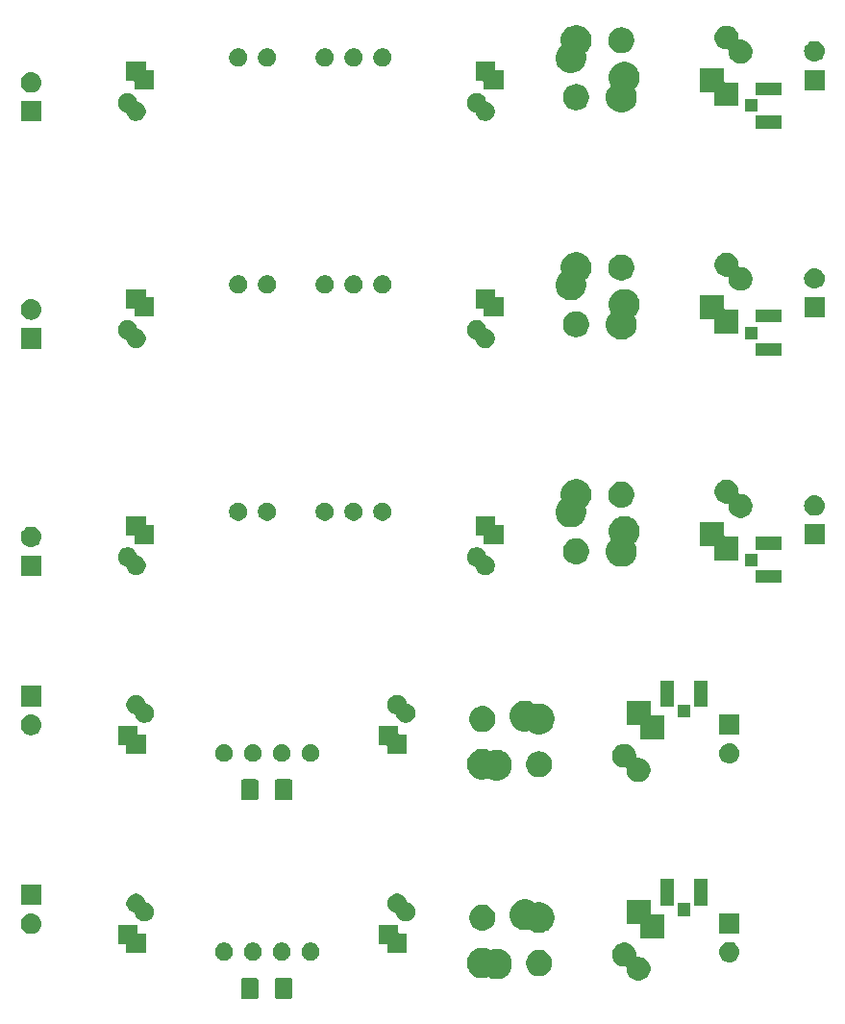
<source format=gbs>
G04 #@! TF.GenerationSoftware,KiCad,Pcbnew,(5.1.4)-1*
G04 #@! TF.CreationDate,2021-09-05T23:37:07-04:00*
G04 #@! TF.ProjectId,ground_loop_breaker,67726f75-6e64-45f6-9c6f-6f705f627265,rev?*
G04 #@! TF.SameCoordinates,Original*
G04 #@! TF.FileFunction,Soldermask,Bot*
G04 #@! TF.FilePolarity,Negative*
%FSLAX46Y46*%
G04 Gerber Fmt 4.6, Leading zero omitted, Abs format (unit mm)*
G04 Created by KiCad (PCBNEW (5.1.4)-1) date 2021-09-05 23:37:07*
%MOMM*%
%LPD*%
G04 APERTURE LIST*
%ADD10C,0.100000*%
G04 APERTURE END LIST*
D10*
G36*
X100850562Y-138578181D02*
G01*
X100885481Y-138588774D01*
X100917663Y-138605976D01*
X100945873Y-138629127D01*
X100969024Y-138657337D01*
X100986226Y-138689519D01*
X100996819Y-138724438D01*
X101001000Y-138766895D01*
X101001000Y-140233105D01*
X100996819Y-140275562D01*
X100986226Y-140310481D01*
X100969024Y-140342663D01*
X100945873Y-140370873D01*
X100917663Y-140394024D01*
X100885481Y-140411226D01*
X100850562Y-140421819D01*
X100808105Y-140426000D01*
X99666895Y-140426000D01*
X99624438Y-140421819D01*
X99589519Y-140411226D01*
X99557337Y-140394024D01*
X99529127Y-140370873D01*
X99505976Y-140342663D01*
X99488774Y-140310481D01*
X99478181Y-140275562D01*
X99474000Y-140233105D01*
X99474000Y-138766895D01*
X99478181Y-138724438D01*
X99488774Y-138689519D01*
X99505976Y-138657337D01*
X99529127Y-138629127D01*
X99557337Y-138605976D01*
X99589519Y-138588774D01*
X99624438Y-138578181D01*
X99666895Y-138574000D01*
X100808105Y-138574000D01*
X100850562Y-138578181D01*
X100850562Y-138578181D01*
G37*
G36*
X97875562Y-138578181D02*
G01*
X97910481Y-138588774D01*
X97942663Y-138605976D01*
X97970873Y-138629127D01*
X97994024Y-138657337D01*
X98011226Y-138689519D01*
X98021819Y-138724438D01*
X98026000Y-138766895D01*
X98026000Y-140233105D01*
X98021819Y-140275562D01*
X98011226Y-140310481D01*
X97994024Y-140342663D01*
X97970873Y-140370873D01*
X97942663Y-140394024D01*
X97910481Y-140411226D01*
X97875562Y-140421819D01*
X97833105Y-140426000D01*
X96691895Y-140426000D01*
X96649438Y-140421819D01*
X96614519Y-140411226D01*
X96582337Y-140394024D01*
X96554127Y-140370873D01*
X96530976Y-140342663D01*
X96513774Y-140310481D01*
X96503181Y-140275562D01*
X96499000Y-140233105D01*
X96499000Y-138766895D01*
X96503181Y-138724438D01*
X96513774Y-138689519D01*
X96530976Y-138657337D01*
X96554127Y-138629127D01*
X96582337Y-138605976D01*
X96614519Y-138588774D01*
X96649438Y-138578181D01*
X96691895Y-138574000D01*
X97833105Y-138574000D01*
X97875562Y-138578181D01*
X97875562Y-138578181D01*
G37*
G36*
X130556564Y-135489389D02*
G01*
X130747833Y-135568615D01*
X130747835Y-135568616D01*
X130919973Y-135683635D01*
X131066365Y-135830027D01*
X131142207Y-135943532D01*
X131181385Y-136002167D01*
X131260611Y-136193436D01*
X131301000Y-136396484D01*
X131301000Y-136574001D01*
X131303402Y-136598387D01*
X131310515Y-136621836D01*
X131322066Y-136643447D01*
X131337611Y-136662389D01*
X131356553Y-136677934D01*
X131378164Y-136689485D01*
X131401613Y-136696598D01*
X131425999Y-136699000D01*
X131603516Y-136699000D01*
X131806564Y-136739389D01*
X131997833Y-136818615D01*
X131997835Y-136818616D01*
X132169973Y-136933635D01*
X132316365Y-137080027D01*
X132394567Y-137197064D01*
X132431385Y-137252167D01*
X132510611Y-137443436D01*
X132551000Y-137646484D01*
X132551000Y-137853516D01*
X132510611Y-138056564D01*
X132431385Y-138247833D01*
X132431384Y-138247835D01*
X132316365Y-138419973D01*
X132169973Y-138566365D01*
X131997835Y-138681384D01*
X131997834Y-138681385D01*
X131997833Y-138681385D01*
X131806564Y-138760611D01*
X131603516Y-138801000D01*
X131396484Y-138801000D01*
X131193436Y-138760611D01*
X131002167Y-138681385D01*
X131002166Y-138681385D01*
X131002165Y-138681384D01*
X130830027Y-138566365D01*
X130683635Y-138419973D01*
X130568616Y-138247835D01*
X130568615Y-138247833D01*
X130489389Y-138056564D01*
X130449000Y-137853516D01*
X130449000Y-137675999D01*
X130446598Y-137651613D01*
X130439485Y-137628164D01*
X130427934Y-137606553D01*
X130412389Y-137587611D01*
X130393447Y-137572066D01*
X130371836Y-137560515D01*
X130348387Y-137553402D01*
X130324001Y-137551000D01*
X130146484Y-137551000D01*
X129943436Y-137510611D01*
X129752167Y-137431385D01*
X129752166Y-137431385D01*
X129752165Y-137431384D01*
X129580027Y-137316365D01*
X129433635Y-137169973D01*
X129318616Y-136997835D01*
X129293026Y-136936055D01*
X129239389Y-136806564D01*
X129199000Y-136603516D01*
X129199000Y-136396484D01*
X129239389Y-136193436D01*
X129318615Y-136002167D01*
X129357794Y-135943532D01*
X129433635Y-135830027D01*
X129580027Y-135683635D01*
X129752165Y-135568616D01*
X129752167Y-135568615D01*
X129943436Y-135489389D01*
X130146484Y-135449000D01*
X130353516Y-135449000D01*
X130556564Y-135489389D01*
X130556564Y-135489389D01*
G37*
G36*
X118106940Y-135943532D02*
G01*
X118144072Y-135950918D01*
X118389939Y-136052759D01*
X118396846Y-136057374D01*
X118396979Y-136057463D01*
X118418590Y-136069015D01*
X118442039Y-136076128D01*
X118466425Y-136078530D01*
X118490811Y-136076128D01*
X118514257Y-136069016D01*
X118605928Y-136031045D01*
X118751118Y-136002165D01*
X118866937Y-135979127D01*
X119133063Y-135979127D01*
X119394072Y-136031045D01*
X119592831Y-136113373D01*
X119639939Y-136132886D01*
X119697140Y-136171107D01*
X119861211Y-136280736D01*
X120049391Y-136468916D01*
X120197242Y-136690190D01*
X120299082Y-136936055D01*
X120351000Y-137197064D01*
X120351000Y-137463190D01*
X120341567Y-137510611D01*
X120299082Y-137724199D01*
X120197241Y-137970066D01*
X120139444Y-138056564D01*
X120080995Y-138144040D01*
X120049390Y-138191339D01*
X119861212Y-138379517D01*
X119639939Y-138527368D01*
X119639938Y-138527369D01*
X119639937Y-138527369D01*
X119394072Y-138629209D01*
X119133063Y-138681127D01*
X118866937Y-138681127D01*
X118605928Y-138629209D01*
X118605730Y-138629127D01*
X118360061Y-138527368D01*
X118353021Y-138522664D01*
X118331410Y-138511112D01*
X118307961Y-138503999D01*
X118283575Y-138501597D01*
X118259189Y-138503999D01*
X118235743Y-138511111D01*
X118144072Y-138549082D01*
X118057184Y-138566365D01*
X117883063Y-138601000D01*
X117616937Y-138601000D01*
X117355928Y-138549082D01*
X117110063Y-138447242D01*
X117110062Y-138447242D01*
X117110061Y-138447241D01*
X116998672Y-138372813D01*
X116888789Y-138299391D01*
X116700609Y-138111211D01*
X116552758Y-137889937D01*
X116450918Y-137644072D01*
X116399000Y-137383063D01*
X116399000Y-137116937D01*
X116450918Y-136855928D01*
X116552758Y-136610063D01*
X116557133Y-136603516D01*
X116648599Y-136466627D01*
X116700609Y-136388789D01*
X116888789Y-136200609D01*
X116998672Y-136127187D01*
X117110061Y-136052759D01*
X117197944Y-136016357D01*
X117355928Y-135950918D01*
X117616937Y-135899000D01*
X117883063Y-135899000D01*
X118106940Y-135943532D01*
X118106940Y-135943532D01*
G37*
G36*
X122974549Y-136121116D02*
G01*
X123085734Y-136143232D01*
X123295203Y-136229997D01*
X123483720Y-136355960D01*
X123644040Y-136516280D01*
X123770003Y-136704797D01*
X123770004Y-136704799D01*
X123784332Y-136739390D01*
X123856768Y-136914266D01*
X123865833Y-136959838D01*
X123898973Y-137126443D01*
X123901000Y-137136636D01*
X123901000Y-137363364D01*
X123856768Y-137585734D01*
X123770003Y-137795203D01*
X123644040Y-137983720D01*
X123483720Y-138144040D01*
X123295203Y-138270003D01*
X123085734Y-138356768D01*
X122974549Y-138378884D01*
X122863365Y-138401000D01*
X122636635Y-138401000D01*
X122525451Y-138378884D01*
X122414266Y-138356768D01*
X122204797Y-138270003D01*
X122016280Y-138144040D01*
X121855960Y-137983720D01*
X121729997Y-137795203D01*
X121643232Y-137585734D01*
X121599000Y-137363364D01*
X121599000Y-137136636D01*
X121601028Y-137126443D01*
X121634167Y-136959838D01*
X121643232Y-136914266D01*
X121715668Y-136739390D01*
X121729996Y-136704799D01*
X121729997Y-136704797D01*
X121855960Y-136516280D01*
X122016280Y-136355960D01*
X122204797Y-136229997D01*
X122414266Y-136143232D01*
X122525451Y-136121116D01*
X122636635Y-136099000D01*
X122863365Y-136099000D01*
X122974549Y-136121116D01*
X122974549Y-136121116D01*
G37*
G36*
X139610443Y-135395519D02*
G01*
X139676627Y-135402037D01*
X139846466Y-135453557D01*
X140002991Y-135537222D01*
X140038729Y-135566552D01*
X140140186Y-135649814D01*
X140213700Y-135739393D01*
X140252778Y-135787009D01*
X140336443Y-135943534D01*
X140387963Y-136113373D01*
X140405359Y-136290000D01*
X140387963Y-136466627D01*
X140336443Y-136636466D01*
X140252778Y-136792991D01*
X140241638Y-136806565D01*
X140140186Y-136930186D01*
X140057754Y-136997835D01*
X140002991Y-137042778D01*
X140002989Y-137042779D01*
X139864249Y-137116938D01*
X139846466Y-137126443D01*
X139676627Y-137177963D01*
X139610443Y-137184481D01*
X139544260Y-137191000D01*
X139455740Y-137191000D01*
X139389557Y-137184481D01*
X139323373Y-137177963D01*
X139153534Y-137126443D01*
X139135752Y-137116938D01*
X138997011Y-137042779D01*
X138997009Y-137042778D01*
X138942246Y-136997835D01*
X138859814Y-136930186D01*
X138758362Y-136806565D01*
X138747222Y-136792991D01*
X138663557Y-136636466D01*
X138612037Y-136466627D01*
X138594641Y-136290000D01*
X138612037Y-136113373D01*
X138663557Y-135943534D01*
X138747222Y-135787009D01*
X138786300Y-135739393D01*
X138859814Y-135649814D01*
X138961271Y-135566552D01*
X138997009Y-135537222D01*
X139153534Y-135453557D01*
X139323373Y-135402037D01*
X139389557Y-135395519D01*
X139455740Y-135389000D01*
X139544260Y-135389000D01*
X139610443Y-135395519D01*
X139610443Y-135395519D01*
G37*
G36*
X95233642Y-135479781D02*
G01*
X95372316Y-135537222D01*
X95379416Y-135540163D01*
X95510608Y-135627822D01*
X95622178Y-135739392D01*
X95709837Y-135870584D01*
X95709838Y-135870586D01*
X95770219Y-136016358D01*
X95801000Y-136171107D01*
X95801000Y-136328893D01*
X95770219Y-136483642D01*
X95756699Y-136516281D01*
X95709837Y-136629416D01*
X95622178Y-136760608D01*
X95510608Y-136872178D01*
X95379416Y-136959837D01*
X95379415Y-136959838D01*
X95379414Y-136959838D01*
X95233642Y-137020219D01*
X95078893Y-137051000D01*
X94921107Y-137051000D01*
X94766358Y-137020219D01*
X94620586Y-136959838D01*
X94620585Y-136959838D01*
X94620584Y-136959837D01*
X94489392Y-136872178D01*
X94377822Y-136760608D01*
X94290163Y-136629416D01*
X94243301Y-136516281D01*
X94229781Y-136483642D01*
X94199000Y-136328893D01*
X94199000Y-136171107D01*
X94229781Y-136016358D01*
X94290162Y-135870586D01*
X94290163Y-135870584D01*
X94377822Y-135739392D01*
X94489392Y-135627822D01*
X94620584Y-135540163D01*
X94627684Y-135537222D01*
X94766358Y-135479781D01*
X94921107Y-135449000D01*
X95078893Y-135449000D01*
X95233642Y-135479781D01*
X95233642Y-135479781D01*
G37*
G36*
X97773642Y-135479781D02*
G01*
X97912316Y-135537222D01*
X97919416Y-135540163D01*
X98050608Y-135627822D01*
X98162178Y-135739392D01*
X98249837Y-135870584D01*
X98249838Y-135870586D01*
X98310219Y-136016358D01*
X98341000Y-136171107D01*
X98341000Y-136328893D01*
X98310219Y-136483642D01*
X98296699Y-136516281D01*
X98249837Y-136629416D01*
X98162178Y-136760608D01*
X98050608Y-136872178D01*
X97919416Y-136959837D01*
X97919415Y-136959838D01*
X97919414Y-136959838D01*
X97773642Y-137020219D01*
X97618893Y-137051000D01*
X97461107Y-137051000D01*
X97306358Y-137020219D01*
X97160586Y-136959838D01*
X97160585Y-136959838D01*
X97160584Y-136959837D01*
X97029392Y-136872178D01*
X96917822Y-136760608D01*
X96830163Y-136629416D01*
X96783301Y-136516281D01*
X96769781Y-136483642D01*
X96739000Y-136328893D01*
X96739000Y-136171107D01*
X96769781Y-136016358D01*
X96830162Y-135870586D01*
X96830163Y-135870584D01*
X96917822Y-135739392D01*
X97029392Y-135627822D01*
X97160584Y-135540163D01*
X97167684Y-135537222D01*
X97306358Y-135479781D01*
X97461107Y-135449000D01*
X97618893Y-135449000D01*
X97773642Y-135479781D01*
X97773642Y-135479781D01*
G37*
G36*
X102853642Y-135479781D02*
G01*
X102992316Y-135537222D01*
X102999416Y-135540163D01*
X103130608Y-135627822D01*
X103242178Y-135739392D01*
X103329837Y-135870584D01*
X103329838Y-135870586D01*
X103390219Y-136016358D01*
X103421000Y-136171107D01*
X103421000Y-136328893D01*
X103390219Y-136483642D01*
X103376699Y-136516281D01*
X103329837Y-136629416D01*
X103242178Y-136760608D01*
X103130608Y-136872178D01*
X102999416Y-136959837D01*
X102999415Y-136959838D01*
X102999414Y-136959838D01*
X102853642Y-137020219D01*
X102698893Y-137051000D01*
X102541107Y-137051000D01*
X102386358Y-137020219D01*
X102240586Y-136959838D01*
X102240585Y-136959838D01*
X102240584Y-136959837D01*
X102109392Y-136872178D01*
X101997822Y-136760608D01*
X101910163Y-136629416D01*
X101863301Y-136516281D01*
X101849781Y-136483642D01*
X101819000Y-136328893D01*
X101819000Y-136171107D01*
X101849781Y-136016358D01*
X101910162Y-135870586D01*
X101910163Y-135870584D01*
X101997822Y-135739392D01*
X102109392Y-135627822D01*
X102240584Y-135540163D01*
X102247684Y-135537222D01*
X102386358Y-135479781D01*
X102541107Y-135449000D01*
X102698893Y-135449000D01*
X102853642Y-135479781D01*
X102853642Y-135479781D01*
G37*
G36*
X100313642Y-135479781D02*
G01*
X100452316Y-135537222D01*
X100459416Y-135540163D01*
X100590608Y-135627822D01*
X100702178Y-135739392D01*
X100789837Y-135870584D01*
X100789838Y-135870586D01*
X100850219Y-136016358D01*
X100881000Y-136171107D01*
X100881000Y-136328893D01*
X100850219Y-136483642D01*
X100836699Y-136516281D01*
X100789837Y-136629416D01*
X100702178Y-136760608D01*
X100590608Y-136872178D01*
X100459416Y-136959837D01*
X100459415Y-136959838D01*
X100459414Y-136959838D01*
X100313642Y-137020219D01*
X100158893Y-137051000D01*
X100001107Y-137051000D01*
X99846358Y-137020219D01*
X99700586Y-136959838D01*
X99700585Y-136959838D01*
X99700584Y-136959837D01*
X99569392Y-136872178D01*
X99457822Y-136760608D01*
X99370163Y-136629416D01*
X99323301Y-136516281D01*
X99309781Y-136483642D01*
X99279000Y-136328893D01*
X99279000Y-136171107D01*
X99309781Y-136016358D01*
X99370162Y-135870586D01*
X99370163Y-135870584D01*
X99457822Y-135739392D01*
X99569392Y-135627822D01*
X99700584Y-135540163D01*
X99707684Y-135537222D01*
X99846358Y-135479781D01*
X100001107Y-135449000D01*
X100158893Y-135449000D01*
X100313642Y-135479781D01*
X100313642Y-135479781D01*
G37*
G36*
X87351000Y-134524001D02*
G01*
X87353402Y-134548387D01*
X87360515Y-134571836D01*
X87372066Y-134593447D01*
X87387611Y-134612389D01*
X87406553Y-134627934D01*
X87428164Y-134639485D01*
X87451613Y-134646598D01*
X87475999Y-134649000D01*
X88101000Y-134649000D01*
X88101000Y-136351000D01*
X86399000Y-136351000D01*
X86399000Y-135725999D01*
X86396598Y-135701613D01*
X86389485Y-135678164D01*
X86377934Y-135656553D01*
X86362389Y-135637611D01*
X86343447Y-135622066D01*
X86321836Y-135610515D01*
X86298387Y-135603402D01*
X86274001Y-135601000D01*
X85649000Y-135601000D01*
X85649000Y-133899000D01*
X87351000Y-133899000D01*
X87351000Y-134524001D01*
X87351000Y-134524001D01*
G37*
G36*
X110351000Y-134524001D02*
G01*
X110353402Y-134548387D01*
X110360515Y-134571836D01*
X110372066Y-134593447D01*
X110387611Y-134612389D01*
X110406553Y-134627934D01*
X110428164Y-134639485D01*
X110451613Y-134646598D01*
X110475999Y-134649000D01*
X111101000Y-134649000D01*
X111101000Y-136351000D01*
X109399000Y-136351000D01*
X109399000Y-135725999D01*
X109396598Y-135701613D01*
X109389485Y-135678164D01*
X109377934Y-135656553D01*
X109362389Y-135637611D01*
X109343447Y-135622066D01*
X109321836Y-135610515D01*
X109298387Y-135603402D01*
X109274001Y-135601000D01*
X108649000Y-135601000D01*
X108649000Y-133899000D01*
X110351000Y-133899000D01*
X110351000Y-134524001D01*
X110351000Y-134524001D01*
G37*
G36*
X132551000Y-132824001D02*
G01*
X132553402Y-132848387D01*
X132560515Y-132871836D01*
X132572066Y-132893447D01*
X132587611Y-132912389D01*
X132606553Y-132927934D01*
X132628164Y-132939485D01*
X132651613Y-132946598D01*
X132675999Y-132949000D01*
X133801000Y-132949000D01*
X133801000Y-135051000D01*
X131699000Y-135051000D01*
X131699000Y-133925999D01*
X131696598Y-133901613D01*
X131689485Y-133878164D01*
X131677934Y-133856553D01*
X131662389Y-133837611D01*
X131643447Y-133822066D01*
X131621836Y-133810515D01*
X131598387Y-133803402D01*
X131574001Y-133801000D01*
X130449000Y-133801000D01*
X130449000Y-131699000D01*
X132551000Y-131699000D01*
X132551000Y-132824001D01*
X132551000Y-132824001D01*
G37*
G36*
X78110442Y-132895518D02*
G01*
X78176627Y-132902037D01*
X78346466Y-132953557D01*
X78502991Y-133037222D01*
X78538729Y-133066552D01*
X78640186Y-133149814D01*
X78723448Y-133251271D01*
X78752778Y-133287009D01*
X78836443Y-133443534D01*
X78887963Y-133613373D01*
X78905359Y-133790000D01*
X78887963Y-133966627D01*
X78836443Y-134136466D01*
X78752778Y-134292991D01*
X78738766Y-134310064D01*
X78640186Y-134430186D01*
X78538729Y-134513448D01*
X78502991Y-134542778D01*
X78346466Y-134626443D01*
X78176627Y-134677963D01*
X78110442Y-134684482D01*
X78044260Y-134691000D01*
X77955740Y-134691000D01*
X77889558Y-134684482D01*
X77823373Y-134677963D01*
X77653534Y-134626443D01*
X77497009Y-134542778D01*
X77461271Y-134513448D01*
X77359814Y-134430186D01*
X77261234Y-134310064D01*
X77247222Y-134292991D01*
X77163557Y-134136466D01*
X77112037Y-133966627D01*
X77094641Y-133790000D01*
X77112037Y-133613373D01*
X77163557Y-133443534D01*
X77247222Y-133287009D01*
X77276552Y-133251271D01*
X77359814Y-133149814D01*
X77461271Y-133066552D01*
X77497009Y-133037222D01*
X77653534Y-132953557D01*
X77823373Y-132902037D01*
X77889558Y-132895518D01*
X77955740Y-132889000D01*
X78044260Y-132889000D01*
X78110442Y-132895518D01*
X78110442Y-132895518D01*
G37*
G36*
X140401000Y-134651000D02*
G01*
X138599000Y-134651000D01*
X138599000Y-132849000D01*
X140401000Y-132849000D01*
X140401000Y-134651000D01*
X140401000Y-134651000D01*
G37*
G36*
X121884430Y-131699000D02*
G01*
X121894072Y-131700918D01*
X122139939Y-131802759D01*
X122283973Y-131899000D01*
X122317305Y-131921272D01*
X122338916Y-131932823D01*
X122362365Y-131939936D01*
X122386751Y-131942338D01*
X122411137Y-131939936D01*
X122616937Y-131899000D01*
X122883063Y-131899000D01*
X123053102Y-131932823D01*
X123144072Y-131950918D01*
X123389939Y-132052759D01*
X123459143Y-132099000D01*
X123611211Y-132200609D01*
X123799391Y-132388789D01*
X123947242Y-132610063D01*
X124049082Y-132855928D01*
X124101000Y-133116937D01*
X124101000Y-133383063D01*
X124049082Y-133644072D01*
X123952119Y-133878164D01*
X123947241Y-133889939D01*
X123923146Y-133925999D01*
X123799391Y-134111211D01*
X123611211Y-134299391D01*
X123501328Y-134372813D01*
X123389939Y-134447241D01*
X123389938Y-134447242D01*
X123389937Y-134447242D01*
X123144072Y-134549082D01*
X122883063Y-134601000D01*
X122616937Y-134601000D01*
X122355928Y-134549082D01*
X122110063Y-134447242D01*
X122110062Y-134447242D01*
X122110061Y-134447241D01*
X121932695Y-134328728D01*
X121911084Y-134317177D01*
X121887635Y-134310064D01*
X121863249Y-134307662D01*
X121838863Y-134310064D01*
X121633063Y-134351000D01*
X121366937Y-134351000D01*
X121105928Y-134299082D01*
X120860063Y-134197242D01*
X120860062Y-134197242D01*
X120860061Y-134197241D01*
X120638788Y-134049390D01*
X120450610Y-133861212D01*
X120406503Y-133795201D01*
X120302758Y-133639937D01*
X120200918Y-133394072D01*
X120149000Y-133133063D01*
X120149000Y-132866937D01*
X120200918Y-132605928D01*
X120302758Y-132360063D01*
X120305500Y-132355960D01*
X120404685Y-132207519D01*
X120450609Y-132138789D01*
X120638789Y-131950609D01*
X120799262Y-131843384D01*
X120860061Y-131802759D01*
X121105928Y-131700918D01*
X121115570Y-131699000D01*
X121366937Y-131649000D01*
X121633063Y-131649000D01*
X121884430Y-131699000D01*
X121884430Y-131699000D01*
G37*
G36*
X117974549Y-132121116D02*
G01*
X118085734Y-132143232D01*
X118295203Y-132229997D01*
X118483720Y-132355960D01*
X118644040Y-132516280D01*
X118770003Y-132704797D01*
X118856768Y-132914266D01*
X118861784Y-132939485D01*
X118898885Y-133126000D01*
X118901000Y-133136636D01*
X118901000Y-133363364D01*
X118856768Y-133585734D01*
X118770003Y-133795203D01*
X118644040Y-133983720D01*
X118483720Y-134144040D01*
X118295203Y-134270003D01*
X118085734Y-134356768D01*
X117974549Y-134378884D01*
X117863365Y-134401000D01*
X117636635Y-134401000D01*
X117525451Y-134378884D01*
X117414266Y-134356768D01*
X117204797Y-134270003D01*
X117016280Y-134144040D01*
X116855960Y-133983720D01*
X116729997Y-133795203D01*
X116643232Y-133585734D01*
X116599000Y-133363364D01*
X116599000Y-133136636D01*
X116601116Y-133126000D01*
X116638216Y-132939485D01*
X116643232Y-132914266D01*
X116729997Y-132704797D01*
X116855960Y-132516280D01*
X117016280Y-132355960D01*
X117204797Y-132229997D01*
X117414266Y-132143232D01*
X117525451Y-132121116D01*
X117636635Y-132099000D01*
X117863365Y-132099000D01*
X117974549Y-132121116D01*
X117974549Y-132121116D01*
G37*
G36*
X87498228Y-131181703D02*
G01*
X87653100Y-131245853D01*
X87792481Y-131338985D01*
X87911015Y-131457519D01*
X88004147Y-131596900D01*
X88068297Y-131751772D01*
X88081858Y-131819947D01*
X88088967Y-131843384D01*
X88100518Y-131864995D01*
X88116063Y-131883937D01*
X88135005Y-131899482D01*
X88156616Y-131911033D01*
X88180053Y-131918142D01*
X88248228Y-131931703D01*
X88403100Y-131995853D01*
X88542481Y-132088985D01*
X88661015Y-132207519D01*
X88754147Y-132346900D01*
X88818297Y-132501772D01*
X88851000Y-132666184D01*
X88851000Y-132833816D01*
X88818297Y-132998228D01*
X88754147Y-133153100D01*
X88661015Y-133292481D01*
X88542481Y-133411015D01*
X88403100Y-133504147D01*
X88248228Y-133568297D01*
X88083816Y-133601000D01*
X87916184Y-133601000D01*
X87751772Y-133568297D01*
X87596900Y-133504147D01*
X87457519Y-133411015D01*
X87338985Y-133292481D01*
X87245853Y-133153100D01*
X87181703Y-132998228D01*
X87168142Y-132930053D01*
X87161033Y-132906616D01*
X87149482Y-132885005D01*
X87133937Y-132866063D01*
X87114995Y-132850518D01*
X87093384Y-132838967D01*
X87069947Y-132831858D01*
X87001772Y-132818297D01*
X86846900Y-132754147D01*
X86707519Y-132661015D01*
X86588985Y-132542481D01*
X86495853Y-132403100D01*
X86431703Y-132248228D01*
X86399000Y-132083816D01*
X86399000Y-131916184D01*
X86431703Y-131751772D01*
X86495853Y-131596900D01*
X86588985Y-131457519D01*
X86707519Y-131338985D01*
X86846900Y-131245853D01*
X87001772Y-131181703D01*
X87166184Y-131149000D01*
X87333816Y-131149000D01*
X87498228Y-131181703D01*
X87498228Y-131181703D01*
G37*
G36*
X110498228Y-131181703D02*
G01*
X110653100Y-131245853D01*
X110792481Y-131338985D01*
X110911015Y-131457519D01*
X111004147Y-131596900D01*
X111068297Y-131751772D01*
X111081858Y-131819947D01*
X111088967Y-131843384D01*
X111100518Y-131864995D01*
X111116063Y-131883937D01*
X111135005Y-131899482D01*
X111156616Y-131911033D01*
X111180053Y-131918142D01*
X111248228Y-131931703D01*
X111403100Y-131995853D01*
X111542481Y-132088985D01*
X111661015Y-132207519D01*
X111754147Y-132346900D01*
X111818297Y-132501772D01*
X111851000Y-132666184D01*
X111851000Y-132833816D01*
X111818297Y-132998228D01*
X111754147Y-133153100D01*
X111661015Y-133292481D01*
X111542481Y-133411015D01*
X111403100Y-133504147D01*
X111248228Y-133568297D01*
X111083816Y-133601000D01*
X110916184Y-133601000D01*
X110751772Y-133568297D01*
X110596900Y-133504147D01*
X110457519Y-133411015D01*
X110338985Y-133292481D01*
X110245853Y-133153100D01*
X110181703Y-132998228D01*
X110168142Y-132930053D01*
X110161033Y-132906616D01*
X110149482Y-132885005D01*
X110133937Y-132866063D01*
X110114995Y-132850518D01*
X110093384Y-132838967D01*
X110069947Y-132831858D01*
X110001772Y-132818297D01*
X109846900Y-132754147D01*
X109707519Y-132661015D01*
X109588985Y-132542481D01*
X109495853Y-132403100D01*
X109431703Y-132248228D01*
X109399000Y-132083816D01*
X109399000Y-131916184D01*
X109431703Y-131751772D01*
X109495853Y-131596900D01*
X109588985Y-131457519D01*
X109707519Y-131338985D01*
X109846900Y-131245853D01*
X110001772Y-131181703D01*
X110166184Y-131149000D01*
X110333816Y-131149000D01*
X110498228Y-131181703D01*
X110498228Y-131181703D01*
G37*
G36*
X136051000Y-133126000D02*
G01*
X134949000Y-133126000D01*
X134949000Y-131974000D01*
X136051000Y-131974000D01*
X136051000Y-133126000D01*
X136051000Y-133126000D01*
G37*
G36*
X137551000Y-132176000D02*
G01*
X136399000Y-132176000D01*
X136399000Y-129874000D01*
X137551000Y-129874000D01*
X137551000Y-132176000D01*
X137551000Y-132176000D01*
G37*
G36*
X134601000Y-132176000D02*
G01*
X133449000Y-132176000D01*
X133449000Y-129874000D01*
X134601000Y-129874000D01*
X134601000Y-132176000D01*
X134601000Y-132176000D01*
G37*
G36*
X78901000Y-132151000D02*
G01*
X77099000Y-132151000D01*
X77099000Y-130349000D01*
X78901000Y-130349000D01*
X78901000Y-132151000D01*
X78901000Y-132151000D01*
G37*
G36*
X97875562Y-121078181D02*
G01*
X97910481Y-121088774D01*
X97942663Y-121105976D01*
X97970873Y-121129127D01*
X97994024Y-121157337D01*
X98011226Y-121189519D01*
X98021819Y-121224438D01*
X98026000Y-121266895D01*
X98026000Y-122733105D01*
X98021819Y-122775562D01*
X98011226Y-122810481D01*
X97994024Y-122842663D01*
X97970873Y-122870873D01*
X97942663Y-122894024D01*
X97910481Y-122911226D01*
X97875562Y-122921819D01*
X97833105Y-122926000D01*
X96691895Y-122926000D01*
X96649438Y-122921819D01*
X96614519Y-122911226D01*
X96582337Y-122894024D01*
X96554127Y-122870873D01*
X96530976Y-122842663D01*
X96513774Y-122810481D01*
X96503181Y-122775562D01*
X96499000Y-122733105D01*
X96499000Y-121266895D01*
X96503181Y-121224438D01*
X96513774Y-121189519D01*
X96530976Y-121157337D01*
X96554127Y-121129127D01*
X96582337Y-121105976D01*
X96614519Y-121088774D01*
X96649438Y-121078181D01*
X96691895Y-121074000D01*
X97833105Y-121074000D01*
X97875562Y-121078181D01*
X97875562Y-121078181D01*
G37*
G36*
X100850562Y-121078181D02*
G01*
X100885481Y-121088774D01*
X100917663Y-121105976D01*
X100945873Y-121129127D01*
X100969024Y-121157337D01*
X100986226Y-121189519D01*
X100996819Y-121224438D01*
X101001000Y-121266895D01*
X101001000Y-122733105D01*
X100996819Y-122775562D01*
X100986226Y-122810481D01*
X100969024Y-122842663D01*
X100945873Y-122870873D01*
X100917663Y-122894024D01*
X100885481Y-122911226D01*
X100850562Y-122921819D01*
X100808105Y-122926000D01*
X99666895Y-122926000D01*
X99624438Y-122921819D01*
X99589519Y-122911226D01*
X99557337Y-122894024D01*
X99529127Y-122870873D01*
X99505976Y-122842663D01*
X99488774Y-122810481D01*
X99478181Y-122775562D01*
X99474000Y-122733105D01*
X99474000Y-121266895D01*
X99478181Y-121224438D01*
X99488774Y-121189519D01*
X99505976Y-121157337D01*
X99529127Y-121129127D01*
X99557337Y-121105976D01*
X99589519Y-121088774D01*
X99624438Y-121078181D01*
X99666895Y-121074000D01*
X100808105Y-121074000D01*
X100850562Y-121078181D01*
X100850562Y-121078181D01*
G37*
G36*
X130556564Y-117989389D02*
G01*
X130747833Y-118068615D01*
X130747835Y-118068616D01*
X130919973Y-118183635D01*
X131066365Y-118330027D01*
X131142207Y-118443532D01*
X131181385Y-118502167D01*
X131260611Y-118693436D01*
X131301000Y-118896484D01*
X131301000Y-119074001D01*
X131303402Y-119098387D01*
X131310515Y-119121836D01*
X131322066Y-119143447D01*
X131337611Y-119162389D01*
X131356553Y-119177934D01*
X131378164Y-119189485D01*
X131401613Y-119196598D01*
X131425999Y-119199000D01*
X131603516Y-119199000D01*
X131806564Y-119239389D01*
X131997833Y-119318615D01*
X131997835Y-119318616D01*
X132169973Y-119433635D01*
X132316365Y-119580027D01*
X132394567Y-119697064D01*
X132431385Y-119752167D01*
X132510611Y-119943436D01*
X132551000Y-120146484D01*
X132551000Y-120353516D01*
X132510611Y-120556564D01*
X132431385Y-120747833D01*
X132431384Y-120747835D01*
X132316365Y-120919973D01*
X132169973Y-121066365D01*
X131997835Y-121181384D01*
X131997834Y-121181385D01*
X131997833Y-121181385D01*
X131806564Y-121260611D01*
X131603516Y-121301000D01*
X131396484Y-121301000D01*
X131193436Y-121260611D01*
X131002167Y-121181385D01*
X131002166Y-121181385D01*
X131002165Y-121181384D01*
X130830027Y-121066365D01*
X130683635Y-120919973D01*
X130568616Y-120747835D01*
X130568615Y-120747833D01*
X130489389Y-120556564D01*
X130449000Y-120353516D01*
X130449000Y-120175999D01*
X130446598Y-120151613D01*
X130439485Y-120128164D01*
X130427934Y-120106553D01*
X130412389Y-120087611D01*
X130393447Y-120072066D01*
X130371836Y-120060515D01*
X130348387Y-120053402D01*
X130324001Y-120051000D01*
X130146484Y-120051000D01*
X129943436Y-120010611D01*
X129752167Y-119931385D01*
X129752166Y-119931385D01*
X129752165Y-119931384D01*
X129580027Y-119816365D01*
X129433635Y-119669973D01*
X129318616Y-119497835D01*
X129293026Y-119436055D01*
X129239389Y-119306564D01*
X129199000Y-119103516D01*
X129199000Y-118896484D01*
X129239389Y-118693436D01*
X129318615Y-118502167D01*
X129357794Y-118443532D01*
X129433635Y-118330027D01*
X129580027Y-118183635D01*
X129752165Y-118068616D01*
X129752167Y-118068615D01*
X129943436Y-117989389D01*
X130146484Y-117949000D01*
X130353516Y-117949000D01*
X130556564Y-117989389D01*
X130556564Y-117989389D01*
G37*
G36*
X118106940Y-118443532D02*
G01*
X118144072Y-118450918D01*
X118389939Y-118552759D01*
X118396846Y-118557374D01*
X118396979Y-118557463D01*
X118418590Y-118569015D01*
X118442039Y-118576128D01*
X118466425Y-118578530D01*
X118490811Y-118576128D01*
X118514257Y-118569016D01*
X118605928Y-118531045D01*
X118751118Y-118502165D01*
X118866937Y-118479127D01*
X119133063Y-118479127D01*
X119394072Y-118531045D01*
X119592831Y-118613373D01*
X119639939Y-118632886D01*
X119697140Y-118671107D01*
X119861211Y-118780736D01*
X120049391Y-118968916D01*
X120197242Y-119190190D01*
X120299082Y-119436055D01*
X120351000Y-119697064D01*
X120351000Y-119963190D01*
X120341567Y-120010611D01*
X120299082Y-120224199D01*
X120197241Y-120470066D01*
X120139444Y-120556564D01*
X120080995Y-120644040D01*
X120049390Y-120691339D01*
X119861212Y-120879517D01*
X119639939Y-121027368D01*
X119639938Y-121027369D01*
X119639937Y-121027369D01*
X119394072Y-121129209D01*
X119133063Y-121181127D01*
X118866937Y-121181127D01*
X118605928Y-121129209D01*
X118605730Y-121129127D01*
X118360061Y-121027368D01*
X118353021Y-121022664D01*
X118331410Y-121011112D01*
X118307961Y-121003999D01*
X118283575Y-121001597D01*
X118259189Y-121003999D01*
X118235743Y-121011111D01*
X118144072Y-121049082D01*
X118057184Y-121066365D01*
X117883063Y-121101000D01*
X117616937Y-121101000D01*
X117355928Y-121049082D01*
X117110063Y-120947242D01*
X117110062Y-120947242D01*
X117110061Y-120947241D01*
X116998672Y-120872813D01*
X116888789Y-120799391D01*
X116700609Y-120611211D01*
X116552758Y-120389937D01*
X116450918Y-120144072D01*
X116399000Y-119883063D01*
X116399000Y-119616937D01*
X116450918Y-119355928D01*
X116552758Y-119110063D01*
X116557133Y-119103516D01*
X116648599Y-118966627D01*
X116700609Y-118888789D01*
X116888789Y-118700609D01*
X116998672Y-118627187D01*
X117110061Y-118552759D01*
X117197944Y-118516357D01*
X117355928Y-118450918D01*
X117616937Y-118399000D01*
X117883063Y-118399000D01*
X118106940Y-118443532D01*
X118106940Y-118443532D01*
G37*
G36*
X122974549Y-118621116D02*
G01*
X123085734Y-118643232D01*
X123295203Y-118729997D01*
X123483720Y-118855960D01*
X123644040Y-119016280D01*
X123770003Y-119204797D01*
X123770004Y-119204799D01*
X123784332Y-119239390D01*
X123856768Y-119414266D01*
X123865833Y-119459838D01*
X123898973Y-119626443D01*
X123901000Y-119636636D01*
X123901000Y-119863364D01*
X123856768Y-120085734D01*
X123770003Y-120295203D01*
X123644040Y-120483720D01*
X123483720Y-120644040D01*
X123295203Y-120770003D01*
X123085734Y-120856768D01*
X122974549Y-120878884D01*
X122863365Y-120901000D01*
X122636635Y-120901000D01*
X122525451Y-120878884D01*
X122414266Y-120856768D01*
X122204797Y-120770003D01*
X122016280Y-120644040D01*
X121855960Y-120483720D01*
X121729997Y-120295203D01*
X121643232Y-120085734D01*
X121599000Y-119863364D01*
X121599000Y-119636636D01*
X121601028Y-119626443D01*
X121634167Y-119459838D01*
X121643232Y-119414266D01*
X121715668Y-119239390D01*
X121729996Y-119204799D01*
X121729997Y-119204797D01*
X121855960Y-119016280D01*
X122016280Y-118855960D01*
X122204797Y-118729997D01*
X122414266Y-118643232D01*
X122525451Y-118621116D01*
X122636635Y-118599000D01*
X122863365Y-118599000D01*
X122974549Y-118621116D01*
X122974549Y-118621116D01*
G37*
G36*
X139610443Y-117895519D02*
G01*
X139676627Y-117902037D01*
X139846466Y-117953557D01*
X140002991Y-118037222D01*
X140038729Y-118066552D01*
X140140186Y-118149814D01*
X140213700Y-118239393D01*
X140252778Y-118287009D01*
X140336443Y-118443534D01*
X140387963Y-118613373D01*
X140405359Y-118790000D01*
X140387963Y-118966627D01*
X140336443Y-119136466D01*
X140252778Y-119292991D01*
X140241638Y-119306565D01*
X140140186Y-119430186D01*
X140057754Y-119497835D01*
X140002991Y-119542778D01*
X140002989Y-119542779D01*
X139864249Y-119616938D01*
X139846466Y-119626443D01*
X139676627Y-119677963D01*
X139610442Y-119684482D01*
X139544260Y-119691000D01*
X139455740Y-119691000D01*
X139389558Y-119684482D01*
X139323373Y-119677963D01*
X139153534Y-119626443D01*
X139135752Y-119616938D01*
X138997011Y-119542779D01*
X138997009Y-119542778D01*
X138942246Y-119497835D01*
X138859814Y-119430186D01*
X138758362Y-119306565D01*
X138747222Y-119292991D01*
X138663557Y-119136466D01*
X138612037Y-118966627D01*
X138594641Y-118790000D01*
X138612037Y-118613373D01*
X138663557Y-118443534D01*
X138747222Y-118287009D01*
X138786300Y-118239393D01*
X138859814Y-118149814D01*
X138961271Y-118066552D01*
X138997009Y-118037222D01*
X139153534Y-117953557D01*
X139323373Y-117902037D01*
X139389557Y-117895519D01*
X139455740Y-117889000D01*
X139544260Y-117889000D01*
X139610443Y-117895519D01*
X139610443Y-117895519D01*
G37*
G36*
X95233642Y-117979781D02*
G01*
X95372316Y-118037222D01*
X95379416Y-118040163D01*
X95510608Y-118127822D01*
X95622178Y-118239392D01*
X95709837Y-118370584D01*
X95709838Y-118370586D01*
X95770219Y-118516358D01*
X95801000Y-118671107D01*
X95801000Y-118828893D01*
X95770219Y-118983642D01*
X95756699Y-119016281D01*
X95709837Y-119129416D01*
X95622178Y-119260608D01*
X95510608Y-119372178D01*
X95379416Y-119459837D01*
X95379415Y-119459838D01*
X95379414Y-119459838D01*
X95233642Y-119520219D01*
X95078893Y-119551000D01*
X94921107Y-119551000D01*
X94766358Y-119520219D01*
X94620586Y-119459838D01*
X94620585Y-119459838D01*
X94620584Y-119459837D01*
X94489392Y-119372178D01*
X94377822Y-119260608D01*
X94290163Y-119129416D01*
X94243301Y-119016281D01*
X94229781Y-118983642D01*
X94199000Y-118828893D01*
X94199000Y-118671107D01*
X94229781Y-118516358D01*
X94290162Y-118370586D01*
X94290163Y-118370584D01*
X94377822Y-118239392D01*
X94489392Y-118127822D01*
X94620584Y-118040163D01*
X94627684Y-118037222D01*
X94766358Y-117979781D01*
X94921107Y-117949000D01*
X95078893Y-117949000D01*
X95233642Y-117979781D01*
X95233642Y-117979781D01*
G37*
G36*
X100313642Y-117979781D02*
G01*
X100452316Y-118037222D01*
X100459416Y-118040163D01*
X100590608Y-118127822D01*
X100702178Y-118239392D01*
X100789837Y-118370584D01*
X100789838Y-118370586D01*
X100850219Y-118516358D01*
X100881000Y-118671107D01*
X100881000Y-118828893D01*
X100850219Y-118983642D01*
X100836699Y-119016281D01*
X100789837Y-119129416D01*
X100702178Y-119260608D01*
X100590608Y-119372178D01*
X100459416Y-119459837D01*
X100459415Y-119459838D01*
X100459414Y-119459838D01*
X100313642Y-119520219D01*
X100158893Y-119551000D01*
X100001107Y-119551000D01*
X99846358Y-119520219D01*
X99700586Y-119459838D01*
X99700585Y-119459838D01*
X99700584Y-119459837D01*
X99569392Y-119372178D01*
X99457822Y-119260608D01*
X99370163Y-119129416D01*
X99323301Y-119016281D01*
X99309781Y-118983642D01*
X99279000Y-118828893D01*
X99279000Y-118671107D01*
X99309781Y-118516358D01*
X99370162Y-118370586D01*
X99370163Y-118370584D01*
X99457822Y-118239392D01*
X99569392Y-118127822D01*
X99700584Y-118040163D01*
X99707684Y-118037222D01*
X99846358Y-117979781D01*
X100001107Y-117949000D01*
X100158893Y-117949000D01*
X100313642Y-117979781D01*
X100313642Y-117979781D01*
G37*
G36*
X102853642Y-117979781D02*
G01*
X102992316Y-118037222D01*
X102999416Y-118040163D01*
X103130608Y-118127822D01*
X103242178Y-118239392D01*
X103329837Y-118370584D01*
X103329838Y-118370586D01*
X103390219Y-118516358D01*
X103421000Y-118671107D01*
X103421000Y-118828893D01*
X103390219Y-118983642D01*
X103376699Y-119016281D01*
X103329837Y-119129416D01*
X103242178Y-119260608D01*
X103130608Y-119372178D01*
X102999416Y-119459837D01*
X102999415Y-119459838D01*
X102999414Y-119459838D01*
X102853642Y-119520219D01*
X102698893Y-119551000D01*
X102541107Y-119551000D01*
X102386358Y-119520219D01*
X102240586Y-119459838D01*
X102240585Y-119459838D01*
X102240584Y-119459837D01*
X102109392Y-119372178D01*
X101997822Y-119260608D01*
X101910163Y-119129416D01*
X101863301Y-119016281D01*
X101849781Y-118983642D01*
X101819000Y-118828893D01*
X101819000Y-118671107D01*
X101849781Y-118516358D01*
X101910162Y-118370586D01*
X101910163Y-118370584D01*
X101997822Y-118239392D01*
X102109392Y-118127822D01*
X102240584Y-118040163D01*
X102247684Y-118037222D01*
X102386358Y-117979781D01*
X102541107Y-117949000D01*
X102698893Y-117949000D01*
X102853642Y-117979781D01*
X102853642Y-117979781D01*
G37*
G36*
X97773642Y-117979781D02*
G01*
X97912316Y-118037222D01*
X97919416Y-118040163D01*
X98050608Y-118127822D01*
X98162178Y-118239392D01*
X98249837Y-118370584D01*
X98249838Y-118370586D01*
X98310219Y-118516358D01*
X98341000Y-118671107D01*
X98341000Y-118828893D01*
X98310219Y-118983642D01*
X98296699Y-119016281D01*
X98249837Y-119129416D01*
X98162178Y-119260608D01*
X98050608Y-119372178D01*
X97919416Y-119459837D01*
X97919415Y-119459838D01*
X97919414Y-119459838D01*
X97773642Y-119520219D01*
X97618893Y-119551000D01*
X97461107Y-119551000D01*
X97306358Y-119520219D01*
X97160586Y-119459838D01*
X97160585Y-119459838D01*
X97160584Y-119459837D01*
X97029392Y-119372178D01*
X96917822Y-119260608D01*
X96830163Y-119129416D01*
X96783301Y-119016281D01*
X96769781Y-118983642D01*
X96739000Y-118828893D01*
X96739000Y-118671107D01*
X96769781Y-118516358D01*
X96830162Y-118370586D01*
X96830163Y-118370584D01*
X96917822Y-118239392D01*
X97029392Y-118127822D01*
X97160584Y-118040163D01*
X97167684Y-118037222D01*
X97306358Y-117979781D01*
X97461107Y-117949000D01*
X97618893Y-117949000D01*
X97773642Y-117979781D01*
X97773642Y-117979781D01*
G37*
G36*
X110351000Y-117024001D02*
G01*
X110353402Y-117048387D01*
X110360515Y-117071836D01*
X110372066Y-117093447D01*
X110387611Y-117112389D01*
X110406553Y-117127934D01*
X110428164Y-117139485D01*
X110451613Y-117146598D01*
X110475999Y-117149000D01*
X111101000Y-117149000D01*
X111101000Y-118851000D01*
X109399000Y-118851000D01*
X109399000Y-118225999D01*
X109396598Y-118201613D01*
X109389485Y-118178164D01*
X109377934Y-118156553D01*
X109362389Y-118137611D01*
X109343447Y-118122066D01*
X109321836Y-118110515D01*
X109298387Y-118103402D01*
X109274001Y-118101000D01*
X108649000Y-118101000D01*
X108649000Y-116399000D01*
X110351000Y-116399000D01*
X110351000Y-117024001D01*
X110351000Y-117024001D01*
G37*
G36*
X87351000Y-117024001D02*
G01*
X87353402Y-117048387D01*
X87360515Y-117071836D01*
X87372066Y-117093447D01*
X87387611Y-117112389D01*
X87406553Y-117127934D01*
X87428164Y-117139485D01*
X87451613Y-117146598D01*
X87475999Y-117149000D01*
X88101000Y-117149000D01*
X88101000Y-118851000D01*
X86399000Y-118851000D01*
X86399000Y-118225999D01*
X86396598Y-118201613D01*
X86389485Y-118178164D01*
X86377934Y-118156553D01*
X86362389Y-118137611D01*
X86343447Y-118122066D01*
X86321836Y-118110515D01*
X86298387Y-118103402D01*
X86274001Y-118101000D01*
X85649000Y-118101000D01*
X85649000Y-116399000D01*
X87351000Y-116399000D01*
X87351000Y-117024001D01*
X87351000Y-117024001D01*
G37*
G36*
X132551000Y-115324001D02*
G01*
X132553402Y-115348387D01*
X132560515Y-115371836D01*
X132572066Y-115393447D01*
X132587611Y-115412389D01*
X132606553Y-115427934D01*
X132628164Y-115439485D01*
X132651613Y-115446598D01*
X132675999Y-115449000D01*
X133801000Y-115449000D01*
X133801000Y-117551000D01*
X131699000Y-117551000D01*
X131699000Y-116425999D01*
X131696598Y-116401613D01*
X131689485Y-116378164D01*
X131677934Y-116356553D01*
X131662389Y-116337611D01*
X131643447Y-116322066D01*
X131621836Y-116310515D01*
X131598387Y-116303402D01*
X131574001Y-116301000D01*
X130449000Y-116301000D01*
X130449000Y-114199000D01*
X132551000Y-114199000D01*
X132551000Y-115324001D01*
X132551000Y-115324001D01*
G37*
G36*
X78110442Y-115395518D02*
G01*
X78176627Y-115402037D01*
X78346466Y-115453557D01*
X78502991Y-115537222D01*
X78538729Y-115566552D01*
X78640186Y-115649814D01*
X78723448Y-115751271D01*
X78752778Y-115787009D01*
X78836443Y-115943534D01*
X78887963Y-116113373D01*
X78905359Y-116290000D01*
X78887963Y-116466627D01*
X78836443Y-116636466D01*
X78752778Y-116792991D01*
X78738766Y-116810064D01*
X78640186Y-116930186D01*
X78538729Y-117013448D01*
X78502991Y-117042778D01*
X78346466Y-117126443D01*
X78176627Y-117177963D01*
X78110442Y-117184482D01*
X78044260Y-117191000D01*
X77955740Y-117191000D01*
X77889558Y-117184482D01*
X77823373Y-117177963D01*
X77653534Y-117126443D01*
X77497009Y-117042778D01*
X77461271Y-117013448D01*
X77359814Y-116930186D01*
X77261234Y-116810064D01*
X77247222Y-116792991D01*
X77163557Y-116636466D01*
X77112037Y-116466627D01*
X77094641Y-116290000D01*
X77112037Y-116113373D01*
X77163557Y-115943534D01*
X77247222Y-115787009D01*
X77276552Y-115751271D01*
X77359814Y-115649814D01*
X77461271Y-115566552D01*
X77497009Y-115537222D01*
X77653534Y-115453557D01*
X77823373Y-115402037D01*
X77889558Y-115395518D01*
X77955740Y-115389000D01*
X78044260Y-115389000D01*
X78110442Y-115395518D01*
X78110442Y-115395518D01*
G37*
G36*
X140401000Y-117151000D02*
G01*
X138599000Y-117151000D01*
X138599000Y-115349000D01*
X140401000Y-115349000D01*
X140401000Y-117151000D01*
X140401000Y-117151000D01*
G37*
G36*
X121884430Y-114199000D02*
G01*
X121894072Y-114200918D01*
X122139939Y-114302759D01*
X122283973Y-114399000D01*
X122317305Y-114421272D01*
X122338916Y-114432823D01*
X122362365Y-114439936D01*
X122386751Y-114442338D01*
X122411137Y-114439936D01*
X122616937Y-114399000D01*
X122883063Y-114399000D01*
X123053102Y-114432823D01*
X123144072Y-114450918D01*
X123389939Y-114552759D01*
X123459143Y-114599000D01*
X123611211Y-114700609D01*
X123799391Y-114888789D01*
X123947242Y-115110063D01*
X124049082Y-115355928D01*
X124101000Y-115616937D01*
X124101000Y-115883063D01*
X124049082Y-116144072D01*
X123952119Y-116378164D01*
X123947241Y-116389939D01*
X123923146Y-116425999D01*
X123799391Y-116611211D01*
X123611211Y-116799391D01*
X123501328Y-116872813D01*
X123389939Y-116947241D01*
X123389938Y-116947242D01*
X123389937Y-116947242D01*
X123144072Y-117049082D01*
X122883063Y-117101000D01*
X122616937Y-117101000D01*
X122355928Y-117049082D01*
X122110063Y-116947242D01*
X122110062Y-116947242D01*
X122110061Y-116947241D01*
X121932695Y-116828728D01*
X121911084Y-116817177D01*
X121887635Y-116810064D01*
X121863249Y-116807662D01*
X121838863Y-116810064D01*
X121633063Y-116851000D01*
X121366937Y-116851000D01*
X121105928Y-116799082D01*
X120860063Y-116697242D01*
X120860062Y-116697242D01*
X120860061Y-116697241D01*
X120638788Y-116549390D01*
X120450610Y-116361212D01*
X120406503Y-116295201D01*
X120302758Y-116139937D01*
X120200918Y-115894072D01*
X120149000Y-115633063D01*
X120149000Y-115366937D01*
X120200918Y-115105928D01*
X120302758Y-114860063D01*
X120305500Y-114855960D01*
X120404685Y-114707519D01*
X120450609Y-114638789D01*
X120638789Y-114450609D01*
X120799262Y-114343384D01*
X120860061Y-114302759D01*
X121105928Y-114200918D01*
X121115570Y-114199000D01*
X121366937Y-114149000D01*
X121633063Y-114149000D01*
X121884430Y-114199000D01*
X121884430Y-114199000D01*
G37*
G36*
X117974549Y-114621116D02*
G01*
X118085734Y-114643232D01*
X118295203Y-114729997D01*
X118483720Y-114855960D01*
X118644040Y-115016280D01*
X118770003Y-115204797D01*
X118856768Y-115414266D01*
X118861784Y-115439485D01*
X118898885Y-115626000D01*
X118901000Y-115636636D01*
X118901000Y-115863364D01*
X118856768Y-116085734D01*
X118770003Y-116295203D01*
X118644040Y-116483720D01*
X118483720Y-116644040D01*
X118295203Y-116770003D01*
X118085734Y-116856768D01*
X117974549Y-116878884D01*
X117863365Y-116901000D01*
X117636635Y-116901000D01*
X117525451Y-116878884D01*
X117414266Y-116856768D01*
X117204797Y-116770003D01*
X117016280Y-116644040D01*
X116855960Y-116483720D01*
X116729997Y-116295203D01*
X116643232Y-116085734D01*
X116599000Y-115863364D01*
X116599000Y-115636636D01*
X116601116Y-115626000D01*
X116638216Y-115439485D01*
X116643232Y-115414266D01*
X116729997Y-115204797D01*
X116855960Y-115016280D01*
X117016280Y-114855960D01*
X117204797Y-114729997D01*
X117414266Y-114643232D01*
X117525451Y-114621116D01*
X117636635Y-114599000D01*
X117863365Y-114599000D01*
X117974549Y-114621116D01*
X117974549Y-114621116D01*
G37*
G36*
X87498228Y-113681703D02*
G01*
X87653100Y-113745853D01*
X87792481Y-113838985D01*
X87911015Y-113957519D01*
X88004147Y-114096900D01*
X88068297Y-114251772D01*
X88081858Y-114319947D01*
X88088967Y-114343384D01*
X88100518Y-114364995D01*
X88116063Y-114383937D01*
X88135005Y-114399482D01*
X88156616Y-114411033D01*
X88180053Y-114418142D01*
X88248228Y-114431703D01*
X88403100Y-114495853D01*
X88542481Y-114588985D01*
X88661015Y-114707519D01*
X88754147Y-114846900D01*
X88818297Y-115001772D01*
X88851000Y-115166184D01*
X88851000Y-115333816D01*
X88818297Y-115498228D01*
X88754147Y-115653100D01*
X88661015Y-115792481D01*
X88542481Y-115911015D01*
X88403100Y-116004147D01*
X88248228Y-116068297D01*
X88083816Y-116101000D01*
X87916184Y-116101000D01*
X87751772Y-116068297D01*
X87596900Y-116004147D01*
X87457519Y-115911015D01*
X87338985Y-115792481D01*
X87245853Y-115653100D01*
X87181703Y-115498228D01*
X87168142Y-115430053D01*
X87161033Y-115406616D01*
X87149482Y-115385005D01*
X87133937Y-115366063D01*
X87114995Y-115350518D01*
X87093384Y-115338967D01*
X87069947Y-115331858D01*
X87001772Y-115318297D01*
X86846900Y-115254147D01*
X86707519Y-115161015D01*
X86588985Y-115042481D01*
X86495853Y-114903100D01*
X86431703Y-114748228D01*
X86399000Y-114583816D01*
X86399000Y-114416184D01*
X86431703Y-114251772D01*
X86495853Y-114096900D01*
X86588985Y-113957519D01*
X86707519Y-113838985D01*
X86846900Y-113745853D01*
X87001772Y-113681703D01*
X87166184Y-113649000D01*
X87333816Y-113649000D01*
X87498228Y-113681703D01*
X87498228Y-113681703D01*
G37*
G36*
X110498228Y-113681703D02*
G01*
X110653100Y-113745853D01*
X110792481Y-113838985D01*
X110911015Y-113957519D01*
X111004147Y-114096900D01*
X111068297Y-114251772D01*
X111081858Y-114319947D01*
X111088967Y-114343384D01*
X111100518Y-114364995D01*
X111116063Y-114383937D01*
X111135005Y-114399482D01*
X111156616Y-114411033D01*
X111180053Y-114418142D01*
X111248228Y-114431703D01*
X111403100Y-114495853D01*
X111542481Y-114588985D01*
X111661015Y-114707519D01*
X111754147Y-114846900D01*
X111818297Y-115001772D01*
X111851000Y-115166184D01*
X111851000Y-115333816D01*
X111818297Y-115498228D01*
X111754147Y-115653100D01*
X111661015Y-115792481D01*
X111542481Y-115911015D01*
X111403100Y-116004147D01*
X111248228Y-116068297D01*
X111083816Y-116101000D01*
X110916184Y-116101000D01*
X110751772Y-116068297D01*
X110596900Y-116004147D01*
X110457519Y-115911015D01*
X110338985Y-115792481D01*
X110245853Y-115653100D01*
X110181703Y-115498228D01*
X110168142Y-115430053D01*
X110161033Y-115406616D01*
X110149482Y-115385005D01*
X110133937Y-115366063D01*
X110114995Y-115350518D01*
X110093384Y-115338967D01*
X110069947Y-115331858D01*
X110001772Y-115318297D01*
X109846900Y-115254147D01*
X109707519Y-115161015D01*
X109588985Y-115042481D01*
X109495853Y-114903100D01*
X109431703Y-114748228D01*
X109399000Y-114583816D01*
X109399000Y-114416184D01*
X109431703Y-114251772D01*
X109495853Y-114096900D01*
X109588985Y-113957519D01*
X109707519Y-113838985D01*
X109846900Y-113745853D01*
X110001772Y-113681703D01*
X110166184Y-113649000D01*
X110333816Y-113649000D01*
X110498228Y-113681703D01*
X110498228Y-113681703D01*
G37*
G36*
X136051000Y-115626000D02*
G01*
X134949000Y-115626000D01*
X134949000Y-114474000D01*
X136051000Y-114474000D01*
X136051000Y-115626000D01*
X136051000Y-115626000D01*
G37*
G36*
X134601000Y-114676000D02*
G01*
X133449000Y-114676000D01*
X133449000Y-112374000D01*
X134601000Y-112374000D01*
X134601000Y-114676000D01*
X134601000Y-114676000D01*
G37*
G36*
X137551000Y-114676000D02*
G01*
X136399000Y-114676000D01*
X136399000Y-112374000D01*
X137551000Y-112374000D01*
X137551000Y-114676000D01*
X137551000Y-114676000D01*
G37*
G36*
X78901000Y-114651000D02*
G01*
X77099000Y-114651000D01*
X77099000Y-112849000D01*
X78901000Y-112849000D01*
X78901000Y-114651000D01*
X78901000Y-114651000D01*
G37*
G36*
X144126000Y-103801000D02*
G01*
X141824000Y-103801000D01*
X141824000Y-102649000D01*
X144126000Y-102649000D01*
X144126000Y-103801000D01*
X144126000Y-103801000D01*
G37*
G36*
X78901000Y-103151000D02*
G01*
X77099000Y-103151000D01*
X77099000Y-101349000D01*
X78901000Y-101349000D01*
X78901000Y-103151000D01*
X78901000Y-103151000D01*
G37*
G36*
X86748228Y-100681703D02*
G01*
X86903100Y-100745853D01*
X87042481Y-100838985D01*
X87161015Y-100957519D01*
X87254147Y-101096900D01*
X87318297Y-101251772D01*
X87331858Y-101319947D01*
X87338967Y-101343384D01*
X87350518Y-101364995D01*
X87366063Y-101383937D01*
X87385005Y-101399482D01*
X87406616Y-101411033D01*
X87430053Y-101418142D01*
X87498228Y-101431703D01*
X87653100Y-101495853D01*
X87792481Y-101588985D01*
X87911015Y-101707519D01*
X88004147Y-101846900D01*
X88068297Y-102001772D01*
X88101000Y-102166184D01*
X88101000Y-102333816D01*
X88068297Y-102498228D01*
X88004147Y-102653100D01*
X87911015Y-102792481D01*
X87792481Y-102911015D01*
X87653100Y-103004147D01*
X87498228Y-103068297D01*
X87333816Y-103101000D01*
X87166184Y-103101000D01*
X87001772Y-103068297D01*
X86846900Y-103004147D01*
X86707519Y-102911015D01*
X86588985Y-102792481D01*
X86495853Y-102653100D01*
X86431703Y-102498228D01*
X86418142Y-102430053D01*
X86411033Y-102406616D01*
X86399482Y-102385005D01*
X86383937Y-102366063D01*
X86364995Y-102350518D01*
X86343384Y-102338967D01*
X86319947Y-102331858D01*
X86251772Y-102318297D01*
X86096900Y-102254147D01*
X85957519Y-102161015D01*
X85838985Y-102042481D01*
X85745853Y-101903100D01*
X85681703Y-101748228D01*
X85649000Y-101583816D01*
X85649000Y-101416184D01*
X85681703Y-101251772D01*
X85745853Y-101096900D01*
X85838985Y-100957519D01*
X85957519Y-100838985D01*
X86096900Y-100745853D01*
X86251772Y-100681703D01*
X86416184Y-100649000D01*
X86583816Y-100649000D01*
X86748228Y-100681703D01*
X86748228Y-100681703D01*
G37*
G36*
X117498228Y-100681703D02*
G01*
X117653100Y-100745853D01*
X117792481Y-100838985D01*
X117911015Y-100957519D01*
X118004147Y-101096900D01*
X118068297Y-101251772D01*
X118081858Y-101319947D01*
X118088967Y-101343384D01*
X118100518Y-101364995D01*
X118116063Y-101383937D01*
X118135005Y-101399482D01*
X118156616Y-101411033D01*
X118180053Y-101418142D01*
X118248228Y-101431703D01*
X118403100Y-101495853D01*
X118542481Y-101588985D01*
X118661015Y-101707519D01*
X118754147Y-101846900D01*
X118818297Y-102001772D01*
X118851000Y-102166184D01*
X118851000Y-102333816D01*
X118818297Y-102498228D01*
X118754147Y-102653100D01*
X118661015Y-102792481D01*
X118542481Y-102911015D01*
X118403100Y-103004147D01*
X118248228Y-103068297D01*
X118083816Y-103101000D01*
X117916184Y-103101000D01*
X117751772Y-103068297D01*
X117596900Y-103004147D01*
X117457519Y-102911015D01*
X117338985Y-102792481D01*
X117245853Y-102653100D01*
X117181703Y-102498228D01*
X117168142Y-102430053D01*
X117161033Y-102406616D01*
X117149482Y-102385005D01*
X117133937Y-102366063D01*
X117114995Y-102350518D01*
X117093384Y-102338967D01*
X117069947Y-102331858D01*
X117001772Y-102318297D01*
X116846900Y-102254147D01*
X116707519Y-102161015D01*
X116588985Y-102042481D01*
X116495853Y-101903100D01*
X116431703Y-101748228D01*
X116399000Y-101583816D01*
X116399000Y-101416184D01*
X116431703Y-101251772D01*
X116495853Y-101096900D01*
X116588985Y-100957519D01*
X116707519Y-100838985D01*
X116846900Y-100745853D01*
X117001772Y-100681703D01*
X117166184Y-100649000D01*
X117333816Y-100649000D01*
X117498228Y-100681703D01*
X117498228Y-100681703D01*
G37*
G36*
X130644072Y-97950918D02*
G01*
X130885693Y-98051000D01*
X130889939Y-98052759D01*
X130993831Y-98122178D01*
X131111211Y-98200609D01*
X131299391Y-98388789D01*
X131307624Y-98401111D01*
X131421700Y-98571836D01*
X131447242Y-98610063D01*
X131549082Y-98855928D01*
X131601000Y-99116937D01*
X131601000Y-99383063D01*
X131549082Y-99644072D01*
X131464199Y-99849000D01*
X131447241Y-99889939D01*
X131399072Y-99962029D01*
X131299391Y-100111211D01*
X131211019Y-100199583D01*
X131195474Y-100218525D01*
X131183923Y-100240136D01*
X131176810Y-100263585D01*
X131174408Y-100287971D01*
X131176810Y-100312357D01*
X131183923Y-100335806D01*
X131195475Y-100357418D01*
X131197242Y-100360062D01*
X131299082Y-100605928D01*
X131351000Y-100866937D01*
X131351000Y-101133063D01*
X131299082Y-101394072D01*
X131197242Y-101639937D01*
X131049391Y-101861211D01*
X130861211Y-102049391D01*
X130751328Y-102122813D01*
X130639939Y-102197241D01*
X130639938Y-102197242D01*
X130639937Y-102197242D01*
X130394072Y-102299082D01*
X130133063Y-102351000D01*
X129866937Y-102351000D01*
X129605928Y-102299082D01*
X129360063Y-102197242D01*
X129360062Y-102197242D01*
X129360061Y-102197241D01*
X129248672Y-102122813D01*
X129138789Y-102049391D01*
X128950609Y-101861211D01*
X128802758Y-101639937D01*
X128700918Y-101394072D01*
X128649000Y-101133063D01*
X128649000Y-100866937D01*
X128700918Y-100605928D01*
X128802758Y-100360063D01*
X128808814Y-100351000D01*
X128950610Y-100138788D01*
X129038981Y-100050417D01*
X129054526Y-100031475D01*
X129066077Y-100009864D01*
X129073190Y-99986415D01*
X129075592Y-99962029D01*
X129073190Y-99937643D01*
X129066077Y-99914194D01*
X129054525Y-99892582D01*
X129052758Y-99889938D01*
X128950918Y-99644072D01*
X128899000Y-99383063D01*
X128899000Y-99116937D01*
X128950918Y-98855928D01*
X129052758Y-98610063D01*
X129078301Y-98571836D01*
X129192376Y-98401111D01*
X129200609Y-98388789D01*
X129388789Y-98200609D01*
X129506169Y-98122178D01*
X129610061Y-98052759D01*
X129614308Y-98051000D01*
X129855928Y-97950918D01*
X130116937Y-97899000D01*
X130383063Y-97899000D01*
X130644072Y-97950918D01*
X130644072Y-97950918D01*
G37*
G36*
X142026000Y-102301000D02*
G01*
X140874000Y-102301000D01*
X140874000Y-101199000D01*
X142026000Y-101199000D01*
X142026000Y-102301000D01*
X142026000Y-102301000D01*
G37*
G36*
X126224549Y-99871116D02*
G01*
X126335734Y-99893232D01*
X126474257Y-99950610D01*
X126501825Y-99962029D01*
X126545203Y-99979997D01*
X126733720Y-100105960D01*
X126894040Y-100266280D01*
X127020003Y-100454797D01*
X127106768Y-100664266D01*
X127151000Y-100886636D01*
X127151000Y-101113364D01*
X127106768Y-101335734D01*
X127020003Y-101545203D01*
X126894040Y-101733720D01*
X126733720Y-101894040D01*
X126545203Y-102020003D01*
X126335734Y-102106768D01*
X126224549Y-102128884D01*
X126113365Y-102151000D01*
X125886635Y-102151000D01*
X125775451Y-102128884D01*
X125664266Y-102106768D01*
X125454797Y-102020003D01*
X125266280Y-101894040D01*
X125105960Y-101733720D01*
X124979997Y-101545203D01*
X124893232Y-101335734D01*
X124849000Y-101113364D01*
X124849000Y-100886636D01*
X124893232Y-100664266D01*
X124979997Y-100454797D01*
X125105960Y-100266280D01*
X125266280Y-100105960D01*
X125454797Y-99979997D01*
X125498176Y-99962029D01*
X125525743Y-99950610D01*
X125664266Y-99893232D01*
X125775451Y-99871116D01*
X125886635Y-99849000D01*
X126113365Y-99849000D01*
X126224549Y-99871116D01*
X126224549Y-99871116D01*
G37*
G36*
X139051000Y-99574001D02*
G01*
X139053402Y-99598387D01*
X139060515Y-99621836D01*
X139072066Y-99643447D01*
X139087611Y-99662389D01*
X139106553Y-99677934D01*
X139128164Y-99689485D01*
X139151613Y-99696598D01*
X139175999Y-99699000D01*
X140301000Y-99699000D01*
X140301000Y-101801000D01*
X138199000Y-101801000D01*
X138199000Y-100675999D01*
X138196598Y-100651613D01*
X138189485Y-100628164D01*
X138177934Y-100606553D01*
X138162389Y-100587611D01*
X138143447Y-100572066D01*
X138121836Y-100560515D01*
X138098387Y-100553402D01*
X138074001Y-100551000D01*
X136949000Y-100551000D01*
X136949000Y-98449000D01*
X139051000Y-98449000D01*
X139051000Y-99574001D01*
X139051000Y-99574001D01*
G37*
G36*
X144126000Y-100851000D02*
G01*
X141824000Y-100851000D01*
X141824000Y-99699000D01*
X144126000Y-99699000D01*
X144126000Y-100851000D01*
X144126000Y-100851000D01*
G37*
G36*
X78110442Y-98815518D02*
G01*
X78176627Y-98822037D01*
X78346466Y-98873557D01*
X78502991Y-98957222D01*
X78538729Y-98986552D01*
X78640186Y-99069814D01*
X78723448Y-99171271D01*
X78752778Y-99207009D01*
X78836443Y-99363534D01*
X78887963Y-99533373D01*
X78905359Y-99710000D01*
X78887963Y-99886627D01*
X78836443Y-100056466D01*
X78752778Y-100212991D01*
X78723448Y-100248729D01*
X78640186Y-100350186D01*
X78538729Y-100433448D01*
X78502991Y-100462778D01*
X78346466Y-100546443D01*
X78176627Y-100597963D01*
X78110443Y-100604481D01*
X78044260Y-100611000D01*
X77955740Y-100611000D01*
X77889558Y-100604482D01*
X77823373Y-100597963D01*
X77653534Y-100546443D01*
X77497009Y-100462778D01*
X77461271Y-100433448D01*
X77359814Y-100350186D01*
X77276552Y-100248729D01*
X77247222Y-100212991D01*
X77163557Y-100056466D01*
X77112037Y-99886627D01*
X77094641Y-99710000D01*
X77112037Y-99533373D01*
X77163557Y-99363534D01*
X77247222Y-99207009D01*
X77276552Y-99171271D01*
X77359814Y-99069814D01*
X77461271Y-98986552D01*
X77497009Y-98957222D01*
X77653534Y-98873557D01*
X77823373Y-98822037D01*
X77889558Y-98815518D01*
X77955740Y-98809000D01*
X78044260Y-98809000D01*
X78110442Y-98815518D01*
X78110442Y-98815518D01*
G37*
G36*
X147901000Y-100401000D02*
G01*
X146099000Y-100401000D01*
X146099000Y-98599000D01*
X147901000Y-98599000D01*
X147901000Y-100401000D01*
X147901000Y-100401000D01*
G37*
G36*
X88101000Y-98524001D02*
G01*
X88103402Y-98548387D01*
X88110515Y-98571836D01*
X88122066Y-98593447D01*
X88137611Y-98612389D01*
X88156553Y-98627934D01*
X88178164Y-98639485D01*
X88201613Y-98646598D01*
X88225999Y-98649000D01*
X88851000Y-98649000D01*
X88851000Y-100351000D01*
X87149000Y-100351000D01*
X87149000Y-99725999D01*
X87146598Y-99701613D01*
X87139485Y-99678164D01*
X87127934Y-99656553D01*
X87112389Y-99637611D01*
X87093447Y-99622066D01*
X87071836Y-99610515D01*
X87048387Y-99603402D01*
X87024001Y-99601000D01*
X86399000Y-99601000D01*
X86399000Y-97899000D01*
X88101000Y-97899000D01*
X88101000Y-98524001D01*
X88101000Y-98524001D01*
G37*
G36*
X118851000Y-98524001D02*
G01*
X118853402Y-98548387D01*
X118860515Y-98571836D01*
X118872066Y-98593447D01*
X118887611Y-98612389D01*
X118906553Y-98627934D01*
X118928164Y-98639485D01*
X118951613Y-98646598D01*
X118975999Y-98649000D01*
X119601000Y-98649000D01*
X119601000Y-100351000D01*
X117899000Y-100351000D01*
X117899000Y-99725999D01*
X117896598Y-99701613D01*
X117889485Y-99678164D01*
X117877934Y-99656553D01*
X117862389Y-99637611D01*
X117843447Y-99622066D01*
X117821836Y-99610515D01*
X117798387Y-99603402D01*
X117774001Y-99601000D01*
X117149000Y-99601000D01*
X117149000Y-97899000D01*
X118851000Y-97899000D01*
X118851000Y-98524001D01*
X118851000Y-98524001D01*
G37*
G36*
X126384430Y-94699000D02*
G01*
X126394072Y-94700918D01*
X126639939Y-94802759D01*
X126663669Y-94818615D01*
X126861211Y-94950609D01*
X127049391Y-95138789D01*
X127197242Y-95360063D01*
X127299082Y-95605928D01*
X127351000Y-95866937D01*
X127351000Y-96133063D01*
X127336249Y-96207221D01*
X127299082Y-96394072D01*
X127197241Y-96639939D01*
X127169548Y-96681384D01*
X127049391Y-96861211D01*
X126883620Y-97026982D01*
X126868075Y-97045924D01*
X126856524Y-97067535D01*
X126849411Y-97090984D01*
X126847009Y-97115370D01*
X126849411Y-97139756D01*
X126850618Y-97145825D01*
X126850619Y-97145827D01*
X126882592Y-97306565D01*
X126902537Y-97406836D01*
X126902537Y-97672962D01*
X126850619Y-97933971D01*
X126772662Y-98122178D01*
X126748778Y-98179838D01*
X126688387Y-98270219D01*
X126600928Y-98401110D01*
X126412748Y-98589290D01*
X126398216Y-98599000D01*
X126191476Y-98737140D01*
X126191475Y-98737141D01*
X126191474Y-98737141D01*
X125945609Y-98838981D01*
X125684600Y-98890899D01*
X125418474Y-98890899D01*
X125157465Y-98838981D01*
X124911600Y-98737141D01*
X124911599Y-98737141D01*
X124911598Y-98737140D01*
X124704858Y-98599000D01*
X124690326Y-98589290D01*
X124502146Y-98401110D01*
X124414687Y-98270219D01*
X124354296Y-98179838D01*
X124330413Y-98122178D01*
X124252455Y-97933971D01*
X124200537Y-97672962D01*
X124200537Y-97406836D01*
X124252455Y-97145827D01*
X124354295Y-96899962D01*
X124356618Y-96896486D01*
X124465375Y-96733720D01*
X124502146Y-96678688D01*
X124667917Y-96512917D01*
X124683462Y-96493975D01*
X124695013Y-96472364D01*
X124702126Y-96448915D01*
X124704528Y-96424529D01*
X124702126Y-96400143D01*
X124686148Y-96319815D01*
X124660107Y-96188899D01*
X124649000Y-96133063D01*
X124649000Y-95866937D01*
X124700918Y-95605928D01*
X124802758Y-95360063D01*
X124950609Y-95138789D01*
X125138789Y-94950609D01*
X125336331Y-94818615D01*
X125360061Y-94802759D01*
X125605928Y-94700918D01*
X125615570Y-94699000D01*
X125866937Y-94649000D01*
X126133063Y-94649000D01*
X126384430Y-94699000D01*
X126384430Y-94699000D01*
G37*
G36*
X99023642Y-96729781D02*
G01*
X99169414Y-96790162D01*
X99169416Y-96790163D01*
X99300608Y-96877822D01*
X99412178Y-96989392D01*
X99496353Y-97115370D01*
X99499838Y-97120586D01*
X99560219Y-97266358D01*
X99591000Y-97421107D01*
X99591000Y-97578893D01*
X99560219Y-97733642D01*
X99525954Y-97816365D01*
X99499837Y-97879416D01*
X99412178Y-98010608D01*
X99300608Y-98122178D01*
X99169416Y-98209837D01*
X99169415Y-98209838D01*
X99169414Y-98209838D01*
X99023642Y-98270219D01*
X98868893Y-98301000D01*
X98711107Y-98301000D01*
X98556358Y-98270219D01*
X98410586Y-98209838D01*
X98410585Y-98209838D01*
X98410584Y-98209837D01*
X98279392Y-98122178D01*
X98167822Y-98010608D01*
X98080163Y-97879416D01*
X98054046Y-97816365D01*
X98019781Y-97733642D01*
X97989000Y-97578893D01*
X97989000Y-97421107D01*
X98019781Y-97266358D01*
X98080162Y-97120586D01*
X98083647Y-97115370D01*
X98167822Y-96989392D01*
X98279392Y-96877822D01*
X98410584Y-96790163D01*
X98410586Y-96790162D01*
X98556358Y-96729781D01*
X98711107Y-96699000D01*
X98868893Y-96699000D01*
X99023642Y-96729781D01*
X99023642Y-96729781D01*
G37*
G36*
X104103642Y-96729781D02*
G01*
X104249414Y-96790162D01*
X104249416Y-96790163D01*
X104380608Y-96877822D01*
X104492178Y-96989392D01*
X104576353Y-97115370D01*
X104579838Y-97120586D01*
X104640219Y-97266358D01*
X104671000Y-97421107D01*
X104671000Y-97578893D01*
X104640219Y-97733642D01*
X104605954Y-97816365D01*
X104579837Y-97879416D01*
X104492178Y-98010608D01*
X104380608Y-98122178D01*
X104249416Y-98209837D01*
X104249415Y-98209838D01*
X104249414Y-98209838D01*
X104103642Y-98270219D01*
X103948893Y-98301000D01*
X103791107Y-98301000D01*
X103636358Y-98270219D01*
X103490586Y-98209838D01*
X103490585Y-98209838D01*
X103490584Y-98209837D01*
X103359392Y-98122178D01*
X103247822Y-98010608D01*
X103160163Y-97879416D01*
X103134046Y-97816365D01*
X103099781Y-97733642D01*
X103069000Y-97578893D01*
X103069000Y-97421107D01*
X103099781Y-97266358D01*
X103160162Y-97120586D01*
X103163647Y-97115370D01*
X103247822Y-96989392D01*
X103359392Y-96877822D01*
X103490584Y-96790163D01*
X103490586Y-96790162D01*
X103636358Y-96729781D01*
X103791107Y-96699000D01*
X103948893Y-96699000D01*
X104103642Y-96729781D01*
X104103642Y-96729781D01*
G37*
G36*
X106643642Y-96729781D02*
G01*
X106789414Y-96790162D01*
X106789416Y-96790163D01*
X106920608Y-96877822D01*
X107032178Y-96989392D01*
X107116353Y-97115370D01*
X107119838Y-97120586D01*
X107180219Y-97266358D01*
X107211000Y-97421107D01*
X107211000Y-97578893D01*
X107180219Y-97733642D01*
X107145954Y-97816365D01*
X107119837Y-97879416D01*
X107032178Y-98010608D01*
X106920608Y-98122178D01*
X106789416Y-98209837D01*
X106789415Y-98209838D01*
X106789414Y-98209838D01*
X106643642Y-98270219D01*
X106488893Y-98301000D01*
X106331107Y-98301000D01*
X106176358Y-98270219D01*
X106030586Y-98209838D01*
X106030585Y-98209838D01*
X106030584Y-98209837D01*
X105899392Y-98122178D01*
X105787822Y-98010608D01*
X105700163Y-97879416D01*
X105674046Y-97816365D01*
X105639781Y-97733642D01*
X105609000Y-97578893D01*
X105609000Y-97421107D01*
X105639781Y-97266358D01*
X105700162Y-97120586D01*
X105703647Y-97115370D01*
X105787822Y-96989392D01*
X105899392Y-96877822D01*
X106030584Y-96790163D01*
X106030586Y-96790162D01*
X106176358Y-96729781D01*
X106331107Y-96699000D01*
X106488893Y-96699000D01*
X106643642Y-96729781D01*
X106643642Y-96729781D01*
G37*
G36*
X109183642Y-96729781D02*
G01*
X109329414Y-96790162D01*
X109329416Y-96790163D01*
X109460608Y-96877822D01*
X109572178Y-96989392D01*
X109656353Y-97115370D01*
X109659838Y-97120586D01*
X109720219Y-97266358D01*
X109751000Y-97421107D01*
X109751000Y-97578893D01*
X109720219Y-97733642D01*
X109685954Y-97816365D01*
X109659837Y-97879416D01*
X109572178Y-98010608D01*
X109460608Y-98122178D01*
X109329416Y-98209837D01*
X109329415Y-98209838D01*
X109329414Y-98209838D01*
X109183642Y-98270219D01*
X109028893Y-98301000D01*
X108871107Y-98301000D01*
X108716358Y-98270219D01*
X108570586Y-98209838D01*
X108570585Y-98209838D01*
X108570584Y-98209837D01*
X108439392Y-98122178D01*
X108327822Y-98010608D01*
X108240163Y-97879416D01*
X108214046Y-97816365D01*
X108179781Y-97733642D01*
X108149000Y-97578893D01*
X108149000Y-97421107D01*
X108179781Y-97266358D01*
X108240162Y-97120586D01*
X108243647Y-97115370D01*
X108327822Y-96989392D01*
X108439392Y-96877822D01*
X108570584Y-96790163D01*
X108570586Y-96790162D01*
X108716358Y-96729781D01*
X108871107Y-96699000D01*
X109028893Y-96699000D01*
X109183642Y-96729781D01*
X109183642Y-96729781D01*
G37*
G36*
X96483642Y-96729781D02*
G01*
X96629414Y-96790162D01*
X96629416Y-96790163D01*
X96760608Y-96877822D01*
X96872178Y-96989392D01*
X96956353Y-97115370D01*
X96959838Y-97120586D01*
X97020219Y-97266358D01*
X97051000Y-97421107D01*
X97051000Y-97578893D01*
X97020219Y-97733642D01*
X96985954Y-97816365D01*
X96959837Y-97879416D01*
X96872178Y-98010608D01*
X96760608Y-98122178D01*
X96629416Y-98209837D01*
X96629415Y-98209838D01*
X96629414Y-98209838D01*
X96483642Y-98270219D01*
X96328893Y-98301000D01*
X96171107Y-98301000D01*
X96016358Y-98270219D01*
X95870586Y-98209838D01*
X95870585Y-98209838D01*
X95870584Y-98209837D01*
X95739392Y-98122178D01*
X95627822Y-98010608D01*
X95540163Y-97879416D01*
X95514046Y-97816365D01*
X95479781Y-97733642D01*
X95449000Y-97578893D01*
X95449000Y-97421107D01*
X95479781Y-97266358D01*
X95540162Y-97120586D01*
X95543647Y-97115370D01*
X95627822Y-96989392D01*
X95739392Y-96877822D01*
X95870584Y-96790163D01*
X95870586Y-96790162D01*
X96016358Y-96729781D01*
X96171107Y-96699000D01*
X96328893Y-96699000D01*
X96483642Y-96729781D01*
X96483642Y-96729781D01*
G37*
G36*
X139556564Y-94739389D02*
G01*
X139709553Y-94802759D01*
X139747835Y-94818616D01*
X139919973Y-94933635D01*
X140066365Y-95080027D01*
X140105629Y-95138789D01*
X140181385Y-95252167D01*
X140260611Y-95443436D01*
X140301000Y-95646484D01*
X140301000Y-95824001D01*
X140303402Y-95848387D01*
X140310515Y-95871836D01*
X140322066Y-95893447D01*
X140337611Y-95912389D01*
X140356553Y-95927934D01*
X140378164Y-95939485D01*
X140401613Y-95946598D01*
X140425999Y-95949000D01*
X140603516Y-95949000D01*
X140806564Y-95989389D01*
X140974620Y-96059000D01*
X140997835Y-96068616D01*
X141169973Y-96183635D01*
X141316365Y-96330027D01*
X141425912Y-96493975D01*
X141431385Y-96502167D01*
X141510611Y-96693436D01*
X141551000Y-96896484D01*
X141551000Y-97103516D01*
X141510611Y-97306564D01*
X141463166Y-97421107D01*
X141431384Y-97497835D01*
X141316365Y-97669973D01*
X141169973Y-97816365D01*
X140997835Y-97931384D01*
X140997834Y-97931385D01*
X140997833Y-97931385D01*
X140806564Y-98010611D01*
X140603516Y-98051000D01*
X140396484Y-98051000D01*
X140193436Y-98010611D01*
X140002167Y-97931385D01*
X140002166Y-97931385D01*
X140002165Y-97931384D01*
X139830027Y-97816365D01*
X139683635Y-97669973D01*
X139568616Y-97497835D01*
X139536834Y-97421107D01*
X139489389Y-97306564D01*
X139449000Y-97103516D01*
X139449000Y-96925999D01*
X139446598Y-96901613D01*
X139439485Y-96878164D01*
X139427934Y-96856553D01*
X139412389Y-96837611D01*
X139393447Y-96822066D01*
X139371836Y-96810515D01*
X139348387Y-96803402D01*
X139324001Y-96801000D01*
X139146484Y-96801000D01*
X138943436Y-96760611D01*
X138752167Y-96681385D01*
X138752166Y-96681385D01*
X138752165Y-96681384D01*
X138580027Y-96566365D01*
X138433635Y-96419973D01*
X138318616Y-96247835D01*
X138315709Y-96240817D01*
X138239389Y-96056564D01*
X138199000Y-95853516D01*
X138199000Y-95646484D01*
X138239389Y-95443436D01*
X138318615Y-95252167D01*
X138394372Y-95138789D01*
X138433635Y-95080027D01*
X138580027Y-94933635D01*
X138752165Y-94818616D01*
X138790447Y-94802759D01*
X138943436Y-94739389D01*
X139146484Y-94699000D01*
X139353516Y-94699000D01*
X139556564Y-94739389D01*
X139556564Y-94739389D01*
G37*
G36*
X147110442Y-96065518D02*
G01*
X147176627Y-96072037D01*
X147346466Y-96123557D01*
X147346468Y-96123558D01*
X147364250Y-96133063D01*
X147502991Y-96207222D01*
X147538729Y-96236552D01*
X147640186Y-96319814D01*
X147701127Y-96394072D01*
X147752778Y-96457009D01*
X147836443Y-96613534D01*
X147887963Y-96783373D01*
X147905359Y-96960000D01*
X147887963Y-97136627D01*
X147836443Y-97306466D01*
X147752778Y-97462991D01*
X147724184Y-97497833D01*
X147640186Y-97600186D01*
X147555149Y-97669973D01*
X147502991Y-97712778D01*
X147346466Y-97796443D01*
X147176627Y-97847963D01*
X147110443Y-97854481D01*
X147044260Y-97861000D01*
X146955740Y-97861000D01*
X146889558Y-97854482D01*
X146823373Y-97847963D01*
X146653534Y-97796443D01*
X146497009Y-97712778D01*
X146444851Y-97669973D01*
X146359814Y-97600186D01*
X146275816Y-97497833D01*
X146247222Y-97462991D01*
X146163557Y-97306466D01*
X146112037Y-97136627D01*
X146094641Y-96960000D01*
X146112037Y-96783373D01*
X146163557Y-96613534D01*
X146247222Y-96457009D01*
X146298873Y-96394072D01*
X146359814Y-96319814D01*
X146461271Y-96236552D01*
X146497009Y-96207222D01*
X146635750Y-96133063D01*
X146653532Y-96123558D01*
X146653534Y-96123557D01*
X146823373Y-96072037D01*
X146889558Y-96065518D01*
X146955740Y-96059000D01*
X147044260Y-96059000D01*
X147110442Y-96065518D01*
X147110442Y-96065518D01*
G37*
G36*
X130224549Y-94871116D02*
G01*
X130335734Y-94893232D01*
X130545203Y-94979997D01*
X130733720Y-95105960D01*
X130894040Y-95266280D01*
X131020003Y-95454797D01*
X131082604Y-95605928D01*
X131106768Y-95664267D01*
X131151000Y-95886635D01*
X131151000Y-96113365D01*
X131148972Y-96123558D01*
X131106768Y-96335734D01*
X131020003Y-96545203D01*
X130894040Y-96733720D01*
X130733720Y-96894040D01*
X130545203Y-97020003D01*
X130545202Y-97020004D01*
X130545201Y-97020004D01*
X130483850Y-97045416D01*
X130335734Y-97106768D01*
X130266276Y-97120584D01*
X130113365Y-97151000D01*
X129886635Y-97151000D01*
X129733724Y-97120584D01*
X129664266Y-97106768D01*
X129516150Y-97045416D01*
X129454799Y-97020004D01*
X129454798Y-97020004D01*
X129454797Y-97020003D01*
X129266280Y-96894040D01*
X129105960Y-96733720D01*
X128979997Y-96545203D01*
X128893232Y-96335734D01*
X128851028Y-96123558D01*
X128849000Y-96113365D01*
X128849000Y-95886635D01*
X128893232Y-95664267D01*
X128917397Y-95605928D01*
X128979997Y-95454797D01*
X129105960Y-95266280D01*
X129266280Y-95105960D01*
X129454797Y-94979997D01*
X129664266Y-94893232D01*
X129775451Y-94871116D01*
X129886635Y-94849000D01*
X130113365Y-94849000D01*
X130224549Y-94871116D01*
X130224549Y-94871116D01*
G37*
G36*
X144126000Y-83801000D02*
G01*
X141824000Y-83801000D01*
X141824000Y-82649000D01*
X144126000Y-82649000D01*
X144126000Y-83801000D01*
X144126000Y-83801000D01*
G37*
G36*
X78901000Y-83151000D02*
G01*
X77099000Y-83151000D01*
X77099000Y-81349000D01*
X78901000Y-81349000D01*
X78901000Y-83151000D01*
X78901000Y-83151000D01*
G37*
G36*
X117498228Y-80681703D02*
G01*
X117653100Y-80745853D01*
X117792481Y-80838985D01*
X117911015Y-80957519D01*
X118004147Y-81096900D01*
X118068297Y-81251772D01*
X118081858Y-81319947D01*
X118088967Y-81343384D01*
X118100518Y-81364995D01*
X118116063Y-81383937D01*
X118135005Y-81399482D01*
X118156616Y-81411033D01*
X118180053Y-81418142D01*
X118248228Y-81431703D01*
X118403100Y-81495853D01*
X118542481Y-81588985D01*
X118661015Y-81707519D01*
X118754147Y-81846900D01*
X118818297Y-82001772D01*
X118851000Y-82166184D01*
X118851000Y-82333816D01*
X118818297Y-82498228D01*
X118754147Y-82653100D01*
X118661015Y-82792481D01*
X118542481Y-82911015D01*
X118403100Y-83004147D01*
X118248228Y-83068297D01*
X118083816Y-83101000D01*
X117916184Y-83101000D01*
X117751772Y-83068297D01*
X117596900Y-83004147D01*
X117457519Y-82911015D01*
X117338985Y-82792481D01*
X117245853Y-82653100D01*
X117181703Y-82498228D01*
X117168142Y-82430053D01*
X117161033Y-82406616D01*
X117149482Y-82385005D01*
X117133937Y-82366063D01*
X117114995Y-82350518D01*
X117093384Y-82338967D01*
X117069947Y-82331858D01*
X117001772Y-82318297D01*
X116846900Y-82254147D01*
X116707519Y-82161015D01*
X116588985Y-82042481D01*
X116495853Y-81903100D01*
X116431703Y-81748228D01*
X116399000Y-81583816D01*
X116399000Y-81416184D01*
X116431703Y-81251772D01*
X116495853Y-81096900D01*
X116588985Y-80957519D01*
X116707519Y-80838985D01*
X116846900Y-80745853D01*
X117001772Y-80681703D01*
X117166184Y-80649000D01*
X117333816Y-80649000D01*
X117498228Y-80681703D01*
X117498228Y-80681703D01*
G37*
G36*
X86748228Y-80681703D02*
G01*
X86903100Y-80745853D01*
X87042481Y-80838985D01*
X87161015Y-80957519D01*
X87254147Y-81096900D01*
X87318297Y-81251772D01*
X87331858Y-81319947D01*
X87338967Y-81343384D01*
X87350518Y-81364995D01*
X87366063Y-81383937D01*
X87385005Y-81399482D01*
X87406616Y-81411033D01*
X87430053Y-81418142D01*
X87498228Y-81431703D01*
X87653100Y-81495853D01*
X87792481Y-81588985D01*
X87911015Y-81707519D01*
X88004147Y-81846900D01*
X88068297Y-82001772D01*
X88101000Y-82166184D01*
X88101000Y-82333816D01*
X88068297Y-82498228D01*
X88004147Y-82653100D01*
X87911015Y-82792481D01*
X87792481Y-82911015D01*
X87653100Y-83004147D01*
X87498228Y-83068297D01*
X87333816Y-83101000D01*
X87166184Y-83101000D01*
X87001772Y-83068297D01*
X86846900Y-83004147D01*
X86707519Y-82911015D01*
X86588985Y-82792481D01*
X86495853Y-82653100D01*
X86431703Y-82498228D01*
X86418142Y-82430053D01*
X86411033Y-82406616D01*
X86399482Y-82385005D01*
X86383937Y-82366063D01*
X86364995Y-82350518D01*
X86343384Y-82338967D01*
X86319947Y-82331858D01*
X86251772Y-82318297D01*
X86096900Y-82254147D01*
X85957519Y-82161015D01*
X85838985Y-82042481D01*
X85745853Y-81903100D01*
X85681703Y-81748228D01*
X85649000Y-81583816D01*
X85649000Y-81416184D01*
X85681703Y-81251772D01*
X85745853Y-81096900D01*
X85838985Y-80957519D01*
X85957519Y-80838985D01*
X86096900Y-80745853D01*
X86251772Y-80681703D01*
X86416184Y-80649000D01*
X86583816Y-80649000D01*
X86748228Y-80681703D01*
X86748228Y-80681703D01*
G37*
G36*
X130644072Y-77950918D02*
G01*
X130885693Y-78051000D01*
X130889939Y-78052759D01*
X130993831Y-78122178D01*
X131111211Y-78200609D01*
X131299391Y-78388789D01*
X131307624Y-78401111D01*
X131421700Y-78571836D01*
X131447242Y-78610063D01*
X131549082Y-78855928D01*
X131601000Y-79116937D01*
X131601000Y-79383063D01*
X131549082Y-79644072D01*
X131464199Y-79849000D01*
X131447241Y-79889939D01*
X131399072Y-79962029D01*
X131299391Y-80111211D01*
X131211019Y-80199583D01*
X131195474Y-80218525D01*
X131183923Y-80240136D01*
X131176810Y-80263585D01*
X131174408Y-80287971D01*
X131176810Y-80312357D01*
X131183923Y-80335806D01*
X131195475Y-80357418D01*
X131197242Y-80360062D01*
X131299082Y-80605928D01*
X131351000Y-80866937D01*
X131351000Y-81133063D01*
X131299082Y-81394072D01*
X131197242Y-81639937D01*
X131049391Y-81861211D01*
X130861211Y-82049391D01*
X130751328Y-82122813D01*
X130639939Y-82197241D01*
X130639938Y-82197242D01*
X130639937Y-82197242D01*
X130394072Y-82299082D01*
X130133063Y-82351000D01*
X129866937Y-82351000D01*
X129605928Y-82299082D01*
X129360063Y-82197242D01*
X129360062Y-82197242D01*
X129360061Y-82197241D01*
X129248672Y-82122813D01*
X129138789Y-82049391D01*
X128950609Y-81861211D01*
X128802758Y-81639937D01*
X128700918Y-81394072D01*
X128649000Y-81133063D01*
X128649000Y-80866937D01*
X128700918Y-80605928D01*
X128802758Y-80360063D01*
X128808814Y-80351000D01*
X128950610Y-80138788D01*
X129038981Y-80050417D01*
X129054526Y-80031475D01*
X129066077Y-80009864D01*
X129073190Y-79986415D01*
X129075592Y-79962029D01*
X129073190Y-79937643D01*
X129066077Y-79914194D01*
X129054525Y-79892582D01*
X129052758Y-79889938D01*
X128950918Y-79644072D01*
X128899000Y-79383063D01*
X128899000Y-79116937D01*
X128950918Y-78855928D01*
X129052758Y-78610063D01*
X129078301Y-78571836D01*
X129192376Y-78401111D01*
X129200609Y-78388789D01*
X129388789Y-78200609D01*
X129506169Y-78122178D01*
X129610061Y-78052759D01*
X129614308Y-78051000D01*
X129855928Y-77950918D01*
X130116937Y-77899000D01*
X130383063Y-77899000D01*
X130644072Y-77950918D01*
X130644072Y-77950918D01*
G37*
G36*
X142026000Y-82301000D02*
G01*
X140874000Y-82301000D01*
X140874000Y-81199000D01*
X142026000Y-81199000D01*
X142026000Y-82301000D01*
X142026000Y-82301000D01*
G37*
G36*
X126224549Y-79871116D02*
G01*
X126335734Y-79893232D01*
X126474257Y-79950610D01*
X126501825Y-79962029D01*
X126545203Y-79979997D01*
X126733720Y-80105960D01*
X126894040Y-80266280D01*
X127020003Y-80454797D01*
X127106768Y-80664266D01*
X127151000Y-80886636D01*
X127151000Y-81113364D01*
X127106768Y-81335734D01*
X127020003Y-81545203D01*
X126894040Y-81733720D01*
X126733720Y-81894040D01*
X126545203Y-82020003D01*
X126335734Y-82106768D01*
X126224549Y-82128884D01*
X126113365Y-82151000D01*
X125886635Y-82151000D01*
X125775451Y-82128884D01*
X125664266Y-82106768D01*
X125454797Y-82020003D01*
X125266280Y-81894040D01*
X125105960Y-81733720D01*
X124979997Y-81545203D01*
X124893232Y-81335734D01*
X124849000Y-81113364D01*
X124849000Y-80886636D01*
X124893232Y-80664266D01*
X124979997Y-80454797D01*
X125105960Y-80266280D01*
X125266280Y-80105960D01*
X125454797Y-79979997D01*
X125498176Y-79962029D01*
X125525743Y-79950610D01*
X125664266Y-79893232D01*
X125775451Y-79871116D01*
X125886635Y-79849000D01*
X126113365Y-79849000D01*
X126224549Y-79871116D01*
X126224549Y-79871116D01*
G37*
G36*
X139051000Y-79574001D02*
G01*
X139053402Y-79598387D01*
X139060515Y-79621836D01*
X139072066Y-79643447D01*
X139087611Y-79662389D01*
X139106553Y-79677934D01*
X139128164Y-79689485D01*
X139151613Y-79696598D01*
X139175999Y-79699000D01*
X140301000Y-79699000D01*
X140301000Y-81801000D01*
X138199000Y-81801000D01*
X138199000Y-80675999D01*
X138196598Y-80651613D01*
X138189485Y-80628164D01*
X138177934Y-80606553D01*
X138162389Y-80587611D01*
X138143447Y-80572066D01*
X138121836Y-80560515D01*
X138098387Y-80553402D01*
X138074001Y-80551000D01*
X136949000Y-80551000D01*
X136949000Y-78449000D01*
X139051000Y-78449000D01*
X139051000Y-79574001D01*
X139051000Y-79574001D01*
G37*
G36*
X144126000Y-80851000D02*
G01*
X141824000Y-80851000D01*
X141824000Y-79699000D01*
X144126000Y-79699000D01*
X144126000Y-80851000D01*
X144126000Y-80851000D01*
G37*
G36*
X78110442Y-78815518D02*
G01*
X78176627Y-78822037D01*
X78346466Y-78873557D01*
X78502991Y-78957222D01*
X78538729Y-78986552D01*
X78640186Y-79069814D01*
X78723448Y-79171271D01*
X78752778Y-79207009D01*
X78836443Y-79363534D01*
X78887963Y-79533373D01*
X78905359Y-79710000D01*
X78887963Y-79886627D01*
X78836443Y-80056466D01*
X78752778Y-80212991D01*
X78723448Y-80248729D01*
X78640186Y-80350186D01*
X78538729Y-80433448D01*
X78502991Y-80462778D01*
X78346466Y-80546443D01*
X78176627Y-80597963D01*
X78110442Y-80604482D01*
X78044260Y-80611000D01*
X77955740Y-80611000D01*
X77889558Y-80604482D01*
X77823373Y-80597963D01*
X77653534Y-80546443D01*
X77497009Y-80462778D01*
X77461271Y-80433448D01*
X77359814Y-80350186D01*
X77276552Y-80248729D01*
X77247222Y-80212991D01*
X77163557Y-80056466D01*
X77112037Y-79886627D01*
X77094641Y-79710000D01*
X77112037Y-79533373D01*
X77163557Y-79363534D01*
X77247222Y-79207009D01*
X77276552Y-79171271D01*
X77359814Y-79069814D01*
X77461271Y-78986552D01*
X77497009Y-78957222D01*
X77653534Y-78873557D01*
X77823373Y-78822037D01*
X77889558Y-78815518D01*
X77955740Y-78809000D01*
X78044260Y-78809000D01*
X78110442Y-78815518D01*
X78110442Y-78815518D01*
G37*
G36*
X147901000Y-80401000D02*
G01*
X146099000Y-80401000D01*
X146099000Y-78599000D01*
X147901000Y-78599000D01*
X147901000Y-80401000D01*
X147901000Y-80401000D01*
G37*
G36*
X88101000Y-78524001D02*
G01*
X88103402Y-78548387D01*
X88110515Y-78571836D01*
X88122066Y-78593447D01*
X88137611Y-78612389D01*
X88156553Y-78627934D01*
X88178164Y-78639485D01*
X88201613Y-78646598D01*
X88225999Y-78649000D01*
X88851000Y-78649000D01*
X88851000Y-80351000D01*
X87149000Y-80351000D01*
X87149000Y-79725999D01*
X87146598Y-79701613D01*
X87139485Y-79678164D01*
X87127934Y-79656553D01*
X87112389Y-79637611D01*
X87093447Y-79622066D01*
X87071836Y-79610515D01*
X87048387Y-79603402D01*
X87024001Y-79601000D01*
X86399000Y-79601000D01*
X86399000Y-77899000D01*
X88101000Y-77899000D01*
X88101000Y-78524001D01*
X88101000Y-78524001D01*
G37*
G36*
X118851000Y-78524001D02*
G01*
X118853402Y-78548387D01*
X118860515Y-78571836D01*
X118872066Y-78593447D01*
X118887611Y-78612389D01*
X118906553Y-78627934D01*
X118928164Y-78639485D01*
X118951613Y-78646598D01*
X118975999Y-78649000D01*
X119601000Y-78649000D01*
X119601000Y-80351000D01*
X117899000Y-80351000D01*
X117899000Y-79725999D01*
X117896598Y-79701613D01*
X117889485Y-79678164D01*
X117877934Y-79656553D01*
X117862389Y-79637611D01*
X117843447Y-79622066D01*
X117821836Y-79610515D01*
X117798387Y-79603402D01*
X117774001Y-79601000D01*
X117149000Y-79601000D01*
X117149000Y-77899000D01*
X118851000Y-77899000D01*
X118851000Y-78524001D01*
X118851000Y-78524001D01*
G37*
G36*
X126384430Y-74699000D02*
G01*
X126394072Y-74700918D01*
X126639939Y-74802759D01*
X126663669Y-74818615D01*
X126861211Y-74950609D01*
X127049391Y-75138789D01*
X127197242Y-75360063D01*
X127299082Y-75605928D01*
X127351000Y-75866937D01*
X127351000Y-76133063D01*
X127336249Y-76207221D01*
X127299082Y-76394072D01*
X127197241Y-76639939D01*
X127169548Y-76681384D01*
X127049391Y-76861211D01*
X126883620Y-77026982D01*
X126868075Y-77045924D01*
X126856524Y-77067535D01*
X126849411Y-77090984D01*
X126847009Y-77115370D01*
X126849411Y-77139756D01*
X126850618Y-77145825D01*
X126850619Y-77145827D01*
X126882592Y-77306565D01*
X126902537Y-77406836D01*
X126902537Y-77672962D01*
X126850619Y-77933971D01*
X126772662Y-78122178D01*
X126748778Y-78179838D01*
X126688387Y-78270219D01*
X126600928Y-78401110D01*
X126412748Y-78589290D01*
X126398216Y-78599000D01*
X126191476Y-78737140D01*
X126191475Y-78737141D01*
X126191474Y-78737141D01*
X125945609Y-78838981D01*
X125684600Y-78890899D01*
X125418474Y-78890899D01*
X125157465Y-78838981D01*
X124911600Y-78737141D01*
X124911599Y-78737141D01*
X124911598Y-78737140D01*
X124704858Y-78599000D01*
X124690326Y-78589290D01*
X124502146Y-78401110D01*
X124414687Y-78270219D01*
X124354296Y-78179838D01*
X124330413Y-78122178D01*
X124252455Y-77933971D01*
X124200537Y-77672962D01*
X124200537Y-77406836D01*
X124252455Y-77145827D01*
X124354295Y-76899962D01*
X124356618Y-76896486D01*
X124465375Y-76733720D01*
X124502146Y-76678688D01*
X124667917Y-76512917D01*
X124683462Y-76493975D01*
X124695013Y-76472364D01*
X124702126Y-76448915D01*
X124704528Y-76424529D01*
X124702126Y-76400143D01*
X124686148Y-76319815D01*
X124660107Y-76188899D01*
X124649000Y-76133063D01*
X124649000Y-75866937D01*
X124700918Y-75605928D01*
X124802758Y-75360063D01*
X124950609Y-75138789D01*
X125138789Y-74950609D01*
X125336331Y-74818615D01*
X125360061Y-74802759D01*
X125605928Y-74700918D01*
X125615570Y-74699000D01*
X125866937Y-74649000D01*
X126133063Y-74649000D01*
X126384430Y-74699000D01*
X126384430Y-74699000D01*
G37*
G36*
X96483642Y-76729781D02*
G01*
X96629414Y-76790162D01*
X96629416Y-76790163D01*
X96760608Y-76877822D01*
X96872178Y-76989392D01*
X96956353Y-77115370D01*
X96959838Y-77120586D01*
X97020219Y-77266358D01*
X97051000Y-77421107D01*
X97051000Y-77578893D01*
X97020219Y-77733642D01*
X96985954Y-77816365D01*
X96959837Y-77879416D01*
X96872178Y-78010608D01*
X96760608Y-78122178D01*
X96629416Y-78209837D01*
X96629415Y-78209838D01*
X96629414Y-78209838D01*
X96483642Y-78270219D01*
X96328893Y-78301000D01*
X96171107Y-78301000D01*
X96016358Y-78270219D01*
X95870586Y-78209838D01*
X95870585Y-78209838D01*
X95870584Y-78209837D01*
X95739392Y-78122178D01*
X95627822Y-78010608D01*
X95540163Y-77879416D01*
X95514046Y-77816365D01*
X95479781Y-77733642D01*
X95449000Y-77578893D01*
X95449000Y-77421107D01*
X95479781Y-77266358D01*
X95540162Y-77120586D01*
X95543647Y-77115370D01*
X95627822Y-76989392D01*
X95739392Y-76877822D01*
X95870584Y-76790163D01*
X95870586Y-76790162D01*
X96016358Y-76729781D01*
X96171107Y-76699000D01*
X96328893Y-76699000D01*
X96483642Y-76729781D01*
X96483642Y-76729781D01*
G37*
G36*
X99023642Y-76729781D02*
G01*
X99169414Y-76790162D01*
X99169416Y-76790163D01*
X99300608Y-76877822D01*
X99412178Y-76989392D01*
X99496353Y-77115370D01*
X99499838Y-77120586D01*
X99560219Y-77266358D01*
X99591000Y-77421107D01*
X99591000Y-77578893D01*
X99560219Y-77733642D01*
X99525954Y-77816365D01*
X99499837Y-77879416D01*
X99412178Y-78010608D01*
X99300608Y-78122178D01*
X99169416Y-78209837D01*
X99169415Y-78209838D01*
X99169414Y-78209838D01*
X99023642Y-78270219D01*
X98868893Y-78301000D01*
X98711107Y-78301000D01*
X98556358Y-78270219D01*
X98410586Y-78209838D01*
X98410585Y-78209838D01*
X98410584Y-78209837D01*
X98279392Y-78122178D01*
X98167822Y-78010608D01*
X98080163Y-77879416D01*
X98054046Y-77816365D01*
X98019781Y-77733642D01*
X97989000Y-77578893D01*
X97989000Y-77421107D01*
X98019781Y-77266358D01*
X98080162Y-77120586D01*
X98083647Y-77115370D01*
X98167822Y-76989392D01*
X98279392Y-76877822D01*
X98410584Y-76790163D01*
X98410586Y-76790162D01*
X98556358Y-76729781D01*
X98711107Y-76699000D01*
X98868893Y-76699000D01*
X99023642Y-76729781D01*
X99023642Y-76729781D01*
G37*
G36*
X109183642Y-76729781D02*
G01*
X109329414Y-76790162D01*
X109329416Y-76790163D01*
X109460608Y-76877822D01*
X109572178Y-76989392D01*
X109656353Y-77115370D01*
X109659838Y-77120586D01*
X109720219Y-77266358D01*
X109751000Y-77421107D01*
X109751000Y-77578893D01*
X109720219Y-77733642D01*
X109685954Y-77816365D01*
X109659837Y-77879416D01*
X109572178Y-78010608D01*
X109460608Y-78122178D01*
X109329416Y-78209837D01*
X109329415Y-78209838D01*
X109329414Y-78209838D01*
X109183642Y-78270219D01*
X109028893Y-78301000D01*
X108871107Y-78301000D01*
X108716358Y-78270219D01*
X108570586Y-78209838D01*
X108570585Y-78209838D01*
X108570584Y-78209837D01*
X108439392Y-78122178D01*
X108327822Y-78010608D01*
X108240163Y-77879416D01*
X108214046Y-77816365D01*
X108179781Y-77733642D01*
X108149000Y-77578893D01*
X108149000Y-77421107D01*
X108179781Y-77266358D01*
X108240162Y-77120586D01*
X108243647Y-77115370D01*
X108327822Y-76989392D01*
X108439392Y-76877822D01*
X108570584Y-76790163D01*
X108570586Y-76790162D01*
X108716358Y-76729781D01*
X108871107Y-76699000D01*
X109028893Y-76699000D01*
X109183642Y-76729781D01*
X109183642Y-76729781D01*
G37*
G36*
X106643642Y-76729781D02*
G01*
X106789414Y-76790162D01*
X106789416Y-76790163D01*
X106920608Y-76877822D01*
X107032178Y-76989392D01*
X107116353Y-77115370D01*
X107119838Y-77120586D01*
X107180219Y-77266358D01*
X107211000Y-77421107D01*
X107211000Y-77578893D01*
X107180219Y-77733642D01*
X107145954Y-77816365D01*
X107119837Y-77879416D01*
X107032178Y-78010608D01*
X106920608Y-78122178D01*
X106789416Y-78209837D01*
X106789415Y-78209838D01*
X106789414Y-78209838D01*
X106643642Y-78270219D01*
X106488893Y-78301000D01*
X106331107Y-78301000D01*
X106176358Y-78270219D01*
X106030586Y-78209838D01*
X106030585Y-78209838D01*
X106030584Y-78209837D01*
X105899392Y-78122178D01*
X105787822Y-78010608D01*
X105700163Y-77879416D01*
X105674046Y-77816365D01*
X105639781Y-77733642D01*
X105609000Y-77578893D01*
X105609000Y-77421107D01*
X105639781Y-77266358D01*
X105700162Y-77120586D01*
X105703647Y-77115370D01*
X105787822Y-76989392D01*
X105899392Y-76877822D01*
X106030584Y-76790163D01*
X106030586Y-76790162D01*
X106176358Y-76729781D01*
X106331107Y-76699000D01*
X106488893Y-76699000D01*
X106643642Y-76729781D01*
X106643642Y-76729781D01*
G37*
G36*
X104103642Y-76729781D02*
G01*
X104249414Y-76790162D01*
X104249416Y-76790163D01*
X104380608Y-76877822D01*
X104492178Y-76989392D01*
X104576353Y-77115370D01*
X104579838Y-77120586D01*
X104640219Y-77266358D01*
X104671000Y-77421107D01*
X104671000Y-77578893D01*
X104640219Y-77733642D01*
X104605954Y-77816365D01*
X104579837Y-77879416D01*
X104492178Y-78010608D01*
X104380608Y-78122178D01*
X104249416Y-78209837D01*
X104249415Y-78209838D01*
X104249414Y-78209838D01*
X104103642Y-78270219D01*
X103948893Y-78301000D01*
X103791107Y-78301000D01*
X103636358Y-78270219D01*
X103490586Y-78209838D01*
X103490585Y-78209838D01*
X103490584Y-78209837D01*
X103359392Y-78122178D01*
X103247822Y-78010608D01*
X103160163Y-77879416D01*
X103134046Y-77816365D01*
X103099781Y-77733642D01*
X103069000Y-77578893D01*
X103069000Y-77421107D01*
X103099781Y-77266358D01*
X103160162Y-77120586D01*
X103163647Y-77115370D01*
X103247822Y-76989392D01*
X103359392Y-76877822D01*
X103490584Y-76790163D01*
X103490586Y-76790162D01*
X103636358Y-76729781D01*
X103791107Y-76699000D01*
X103948893Y-76699000D01*
X104103642Y-76729781D01*
X104103642Y-76729781D01*
G37*
G36*
X139556564Y-74739389D02*
G01*
X139709553Y-74802759D01*
X139747835Y-74818616D01*
X139919973Y-74933635D01*
X140066365Y-75080027D01*
X140105629Y-75138789D01*
X140181385Y-75252167D01*
X140260611Y-75443436D01*
X140301000Y-75646484D01*
X140301000Y-75824001D01*
X140303402Y-75848387D01*
X140310515Y-75871836D01*
X140322066Y-75893447D01*
X140337611Y-75912389D01*
X140356553Y-75927934D01*
X140378164Y-75939485D01*
X140401613Y-75946598D01*
X140425999Y-75949000D01*
X140603516Y-75949000D01*
X140806564Y-75989389D01*
X140974620Y-76059000D01*
X140997835Y-76068616D01*
X141169973Y-76183635D01*
X141316365Y-76330027D01*
X141425912Y-76493975D01*
X141431385Y-76502167D01*
X141510611Y-76693436D01*
X141551000Y-76896484D01*
X141551000Y-77103516D01*
X141510611Y-77306564D01*
X141463166Y-77421107D01*
X141431384Y-77497835D01*
X141316365Y-77669973D01*
X141169973Y-77816365D01*
X140997835Y-77931384D01*
X140997834Y-77931385D01*
X140997833Y-77931385D01*
X140806564Y-78010611D01*
X140603516Y-78051000D01*
X140396484Y-78051000D01*
X140193436Y-78010611D01*
X140002167Y-77931385D01*
X140002166Y-77931385D01*
X140002165Y-77931384D01*
X139830027Y-77816365D01*
X139683635Y-77669973D01*
X139568616Y-77497835D01*
X139536834Y-77421107D01*
X139489389Y-77306564D01*
X139449000Y-77103516D01*
X139449000Y-76925999D01*
X139446598Y-76901613D01*
X139439485Y-76878164D01*
X139427934Y-76856553D01*
X139412389Y-76837611D01*
X139393447Y-76822066D01*
X139371836Y-76810515D01*
X139348387Y-76803402D01*
X139324001Y-76801000D01*
X139146484Y-76801000D01*
X138943436Y-76760611D01*
X138752167Y-76681385D01*
X138752166Y-76681385D01*
X138752165Y-76681384D01*
X138580027Y-76566365D01*
X138433635Y-76419973D01*
X138318616Y-76247835D01*
X138315709Y-76240817D01*
X138239389Y-76056564D01*
X138199000Y-75853516D01*
X138199000Y-75646484D01*
X138239389Y-75443436D01*
X138318615Y-75252167D01*
X138394372Y-75138789D01*
X138433635Y-75080027D01*
X138580027Y-74933635D01*
X138752165Y-74818616D01*
X138790447Y-74802759D01*
X138943436Y-74739389D01*
X139146484Y-74699000D01*
X139353516Y-74699000D01*
X139556564Y-74739389D01*
X139556564Y-74739389D01*
G37*
G36*
X147110443Y-76065519D02*
G01*
X147176627Y-76072037D01*
X147346466Y-76123557D01*
X147346468Y-76123558D01*
X147364250Y-76133063D01*
X147502991Y-76207222D01*
X147538729Y-76236552D01*
X147640186Y-76319814D01*
X147701127Y-76394072D01*
X147752778Y-76457009D01*
X147836443Y-76613534D01*
X147887963Y-76783373D01*
X147905359Y-76960000D01*
X147887963Y-77136627D01*
X147836443Y-77306466D01*
X147752778Y-77462991D01*
X147724184Y-77497833D01*
X147640186Y-77600186D01*
X147555149Y-77669973D01*
X147502991Y-77712778D01*
X147346466Y-77796443D01*
X147176627Y-77847963D01*
X147110443Y-77854481D01*
X147044260Y-77861000D01*
X146955740Y-77861000D01*
X146889557Y-77854481D01*
X146823373Y-77847963D01*
X146653534Y-77796443D01*
X146497009Y-77712778D01*
X146444851Y-77669973D01*
X146359814Y-77600186D01*
X146275816Y-77497833D01*
X146247222Y-77462991D01*
X146163557Y-77306466D01*
X146112037Y-77136627D01*
X146094641Y-76960000D01*
X146112037Y-76783373D01*
X146163557Y-76613534D01*
X146247222Y-76457009D01*
X146298873Y-76394072D01*
X146359814Y-76319814D01*
X146461271Y-76236552D01*
X146497009Y-76207222D01*
X146635750Y-76133063D01*
X146653532Y-76123558D01*
X146653534Y-76123557D01*
X146823373Y-76072037D01*
X146889557Y-76065519D01*
X146955740Y-76059000D01*
X147044260Y-76059000D01*
X147110443Y-76065519D01*
X147110443Y-76065519D01*
G37*
G36*
X130224549Y-74871116D02*
G01*
X130335734Y-74893232D01*
X130545203Y-74979997D01*
X130733720Y-75105960D01*
X130894040Y-75266280D01*
X131020003Y-75454797D01*
X131082604Y-75605928D01*
X131106768Y-75664267D01*
X131151000Y-75886635D01*
X131151000Y-76113365D01*
X131148972Y-76123558D01*
X131106768Y-76335734D01*
X131020003Y-76545203D01*
X130894040Y-76733720D01*
X130733720Y-76894040D01*
X130545203Y-77020003D01*
X130545202Y-77020004D01*
X130545201Y-77020004D01*
X130483850Y-77045416D01*
X130335734Y-77106768D01*
X130266276Y-77120584D01*
X130113365Y-77151000D01*
X129886635Y-77151000D01*
X129733724Y-77120584D01*
X129664266Y-77106768D01*
X129516150Y-77045416D01*
X129454799Y-77020004D01*
X129454798Y-77020004D01*
X129454797Y-77020003D01*
X129266280Y-76894040D01*
X129105960Y-76733720D01*
X128979997Y-76545203D01*
X128893232Y-76335734D01*
X128851028Y-76123558D01*
X128849000Y-76113365D01*
X128849000Y-75886635D01*
X128893232Y-75664267D01*
X128917397Y-75605928D01*
X128979997Y-75454797D01*
X129105960Y-75266280D01*
X129266280Y-75105960D01*
X129454797Y-74979997D01*
X129664266Y-74893232D01*
X129775451Y-74871116D01*
X129886635Y-74849000D01*
X130113365Y-74849000D01*
X130224549Y-74871116D01*
X130224549Y-74871116D01*
G37*
G36*
X144126000Y-63801000D02*
G01*
X141824000Y-63801000D01*
X141824000Y-62649000D01*
X144126000Y-62649000D01*
X144126000Y-63801000D01*
X144126000Y-63801000D01*
G37*
G36*
X78901000Y-63151000D02*
G01*
X77099000Y-63151000D01*
X77099000Y-61349000D01*
X78901000Y-61349000D01*
X78901000Y-63151000D01*
X78901000Y-63151000D01*
G37*
G36*
X117498228Y-60681703D02*
G01*
X117653100Y-60745853D01*
X117792481Y-60838985D01*
X117911015Y-60957519D01*
X118004147Y-61096900D01*
X118068297Y-61251772D01*
X118081858Y-61319947D01*
X118088967Y-61343384D01*
X118100518Y-61364995D01*
X118116063Y-61383937D01*
X118135005Y-61399482D01*
X118156616Y-61411033D01*
X118180053Y-61418142D01*
X118248228Y-61431703D01*
X118403100Y-61495853D01*
X118542481Y-61588985D01*
X118661015Y-61707519D01*
X118754147Y-61846900D01*
X118818297Y-62001772D01*
X118851000Y-62166184D01*
X118851000Y-62333816D01*
X118818297Y-62498228D01*
X118754147Y-62653100D01*
X118661015Y-62792481D01*
X118542481Y-62911015D01*
X118403100Y-63004147D01*
X118248228Y-63068297D01*
X118083816Y-63101000D01*
X117916184Y-63101000D01*
X117751772Y-63068297D01*
X117596900Y-63004147D01*
X117457519Y-62911015D01*
X117338985Y-62792481D01*
X117245853Y-62653100D01*
X117181703Y-62498228D01*
X117168142Y-62430053D01*
X117161033Y-62406616D01*
X117149482Y-62385005D01*
X117133937Y-62366063D01*
X117114995Y-62350518D01*
X117093384Y-62338967D01*
X117069947Y-62331858D01*
X117001772Y-62318297D01*
X116846900Y-62254147D01*
X116707519Y-62161015D01*
X116588985Y-62042481D01*
X116495853Y-61903100D01*
X116431703Y-61748228D01*
X116399000Y-61583816D01*
X116399000Y-61416184D01*
X116431703Y-61251772D01*
X116495853Y-61096900D01*
X116588985Y-60957519D01*
X116707519Y-60838985D01*
X116846900Y-60745853D01*
X117001772Y-60681703D01*
X117166184Y-60649000D01*
X117333816Y-60649000D01*
X117498228Y-60681703D01*
X117498228Y-60681703D01*
G37*
G36*
X86748228Y-60681703D02*
G01*
X86903100Y-60745853D01*
X87042481Y-60838985D01*
X87161015Y-60957519D01*
X87254147Y-61096900D01*
X87318297Y-61251772D01*
X87331858Y-61319947D01*
X87338967Y-61343384D01*
X87350518Y-61364995D01*
X87366063Y-61383937D01*
X87385005Y-61399482D01*
X87406616Y-61411033D01*
X87430053Y-61418142D01*
X87498228Y-61431703D01*
X87653100Y-61495853D01*
X87792481Y-61588985D01*
X87911015Y-61707519D01*
X88004147Y-61846900D01*
X88068297Y-62001772D01*
X88101000Y-62166184D01*
X88101000Y-62333816D01*
X88068297Y-62498228D01*
X88004147Y-62653100D01*
X87911015Y-62792481D01*
X87792481Y-62911015D01*
X87653100Y-63004147D01*
X87498228Y-63068297D01*
X87333816Y-63101000D01*
X87166184Y-63101000D01*
X87001772Y-63068297D01*
X86846900Y-63004147D01*
X86707519Y-62911015D01*
X86588985Y-62792481D01*
X86495853Y-62653100D01*
X86431703Y-62498228D01*
X86418142Y-62430053D01*
X86411033Y-62406616D01*
X86399482Y-62385005D01*
X86383937Y-62366063D01*
X86364995Y-62350518D01*
X86343384Y-62338967D01*
X86319947Y-62331858D01*
X86251772Y-62318297D01*
X86096900Y-62254147D01*
X85957519Y-62161015D01*
X85838985Y-62042481D01*
X85745853Y-61903100D01*
X85681703Y-61748228D01*
X85649000Y-61583816D01*
X85649000Y-61416184D01*
X85681703Y-61251772D01*
X85745853Y-61096900D01*
X85838985Y-60957519D01*
X85957519Y-60838985D01*
X86096900Y-60745853D01*
X86251772Y-60681703D01*
X86416184Y-60649000D01*
X86583816Y-60649000D01*
X86748228Y-60681703D01*
X86748228Y-60681703D01*
G37*
G36*
X130644072Y-57950918D02*
G01*
X130885693Y-58051000D01*
X130889939Y-58052759D01*
X130993831Y-58122178D01*
X131111211Y-58200609D01*
X131299391Y-58388789D01*
X131307624Y-58401111D01*
X131421700Y-58571836D01*
X131447242Y-58610063D01*
X131549082Y-58855928D01*
X131601000Y-59116937D01*
X131601000Y-59383063D01*
X131549082Y-59644072D01*
X131464199Y-59849000D01*
X131447241Y-59889939D01*
X131399072Y-59962029D01*
X131299391Y-60111211D01*
X131211019Y-60199583D01*
X131195474Y-60218525D01*
X131183923Y-60240136D01*
X131176810Y-60263585D01*
X131174408Y-60287971D01*
X131176810Y-60312357D01*
X131183923Y-60335806D01*
X131195475Y-60357418D01*
X131197242Y-60360062D01*
X131299082Y-60605928D01*
X131351000Y-60866937D01*
X131351000Y-61133063D01*
X131299082Y-61394072D01*
X131197242Y-61639937D01*
X131049391Y-61861211D01*
X130861211Y-62049391D01*
X130751328Y-62122813D01*
X130639939Y-62197241D01*
X130639938Y-62197242D01*
X130639937Y-62197242D01*
X130394072Y-62299082D01*
X130133063Y-62351000D01*
X129866937Y-62351000D01*
X129605928Y-62299082D01*
X129360063Y-62197242D01*
X129360062Y-62197242D01*
X129360061Y-62197241D01*
X129248672Y-62122813D01*
X129138789Y-62049391D01*
X128950609Y-61861211D01*
X128802758Y-61639937D01*
X128700918Y-61394072D01*
X128649000Y-61133063D01*
X128649000Y-60866937D01*
X128700918Y-60605928D01*
X128802758Y-60360063D01*
X128808814Y-60351000D01*
X128950610Y-60138788D01*
X129038981Y-60050417D01*
X129054526Y-60031475D01*
X129066077Y-60009864D01*
X129073190Y-59986415D01*
X129075592Y-59962029D01*
X129073190Y-59937643D01*
X129066077Y-59914194D01*
X129054525Y-59892582D01*
X129052758Y-59889938D01*
X128950918Y-59644072D01*
X128899000Y-59383063D01*
X128899000Y-59116937D01*
X128950918Y-58855928D01*
X129052758Y-58610063D01*
X129078301Y-58571836D01*
X129192376Y-58401111D01*
X129200609Y-58388789D01*
X129388789Y-58200609D01*
X129506169Y-58122178D01*
X129610061Y-58052759D01*
X129614308Y-58051000D01*
X129855928Y-57950918D01*
X130116937Y-57899000D01*
X130383063Y-57899000D01*
X130644072Y-57950918D01*
X130644072Y-57950918D01*
G37*
G36*
X142026000Y-62301000D02*
G01*
X140874000Y-62301000D01*
X140874000Y-61199000D01*
X142026000Y-61199000D01*
X142026000Y-62301000D01*
X142026000Y-62301000D01*
G37*
G36*
X126224549Y-59871116D02*
G01*
X126335734Y-59893232D01*
X126474257Y-59950610D01*
X126501825Y-59962029D01*
X126545203Y-59979997D01*
X126733720Y-60105960D01*
X126894040Y-60266280D01*
X127020003Y-60454797D01*
X127106768Y-60664266D01*
X127151000Y-60886636D01*
X127151000Y-61113364D01*
X127106768Y-61335734D01*
X127020003Y-61545203D01*
X126894040Y-61733720D01*
X126733720Y-61894040D01*
X126545203Y-62020003D01*
X126335734Y-62106768D01*
X126224549Y-62128884D01*
X126113365Y-62151000D01*
X125886635Y-62151000D01*
X125775451Y-62128884D01*
X125664266Y-62106768D01*
X125454797Y-62020003D01*
X125266280Y-61894040D01*
X125105960Y-61733720D01*
X124979997Y-61545203D01*
X124893232Y-61335734D01*
X124849000Y-61113364D01*
X124849000Y-60886636D01*
X124893232Y-60664266D01*
X124979997Y-60454797D01*
X125105960Y-60266280D01*
X125266280Y-60105960D01*
X125454797Y-59979997D01*
X125498176Y-59962029D01*
X125525743Y-59950610D01*
X125664266Y-59893232D01*
X125775451Y-59871116D01*
X125886635Y-59849000D01*
X126113365Y-59849000D01*
X126224549Y-59871116D01*
X126224549Y-59871116D01*
G37*
G36*
X139051000Y-59574001D02*
G01*
X139053402Y-59598387D01*
X139060515Y-59621836D01*
X139072066Y-59643447D01*
X139087611Y-59662389D01*
X139106553Y-59677934D01*
X139128164Y-59689485D01*
X139151613Y-59696598D01*
X139175999Y-59699000D01*
X140301000Y-59699000D01*
X140301000Y-61801000D01*
X138199000Y-61801000D01*
X138199000Y-60675999D01*
X138196598Y-60651613D01*
X138189485Y-60628164D01*
X138177934Y-60606553D01*
X138162389Y-60587611D01*
X138143447Y-60572066D01*
X138121836Y-60560515D01*
X138098387Y-60553402D01*
X138074001Y-60551000D01*
X136949000Y-60551000D01*
X136949000Y-58449000D01*
X139051000Y-58449000D01*
X139051000Y-59574001D01*
X139051000Y-59574001D01*
G37*
G36*
X144126000Y-60851000D02*
G01*
X141824000Y-60851000D01*
X141824000Y-59699000D01*
X144126000Y-59699000D01*
X144126000Y-60851000D01*
X144126000Y-60851000D01*
G37*
G36*
X78110443Y-58815519D02*
G01*
X78176627Y-58822037D01*
X78346466Y-58873557D01*
X78502991Y-58957222D01*
X78538729Y-58986552D01*
X78640186Y-59069814D01*
X78723448Y-59171271D01*
X78752778Y-59207009D01*
X78836443Y-59363534D01*
X78887963Y-59533373D01*
X78905359Y-59710000D01*
X78887963Y-59886627D01*
X78836443Y-60056466D01*
X78752778Y-60212991D01*
X78723448Y-60248729D01*
X78640186Y-60350186D01*
X78538729Y-60433448D01*
X78502991Y-60462778D01*
X78346466Y-60546443D01*
X78176627Y-60597963D01*
X78110443Y-60604481D01*
X78044260Y-60611000D01*
X77955740Y-60611000D01*
X77889557Y-60604481D01*
X77823373Y-60597963D01*
X77653534Y-60546443D01*
X77497009Y-60462778D01*
X77461271Y-60433448D01*
X77359814Y-60350186D01*
X77276552Y-60248729D01*
X77247222Y-60212991D01*
X77163557Y-60056466D01*
X77112037Y-59886627D01*
X77094641Y-59710000D01*
X77112037Y-59533373D01*
X77163557Y-59363534D01*
X77247222Y-59207009D01*
X77276552Y-59171271D01*
X77359814Y-59069814D01*
X77461271Y-58986552D01*
X77497009Y-58957222D01*
X77653534Y-58873557D01*
X77823373Y-58822037D01*
X77889557Y-58815519D01*
X77955740Y-58809000D01*
X78044260Y-58809000D01*
X78110443Y-58815519D01*
X78110443Y-58815519D01*
G37*
G36*
X147901000Y-60401000D02*
G01*
X146099000Y-60401000D01*
X146099000Y-58599000D01*
X147901000Y-58599000D01*
X147901000Y-60401000D01*
X147901000Y-60401000D01*
G37*
G36*
X118851000Y-58524001D02*
G01*
X118853402Y-58548387D01*
X118860515Y-58571836D01*
X118872066Y-58593447D01*
X118887611Y-58612389D01*
X118906553Y-58627934D01*
X118928164Y-58639485D01*
X118951613Y-58646598D01*
X118975999Y-58649000D01*
X119601000Y-58649000D01*
X119601000Y-60351000D01*
X117899000Y-60351000D01*
X117899000Y-59725999D01*
X117896598Y-59701613D01*
X117889485Y-59678164D01*
X117877934Y-59656553D01*
X117862389Y-59637611D01*
X117843447Y-59622066D01*
X117821836Y-59610515D01*
X117798387Y-59603402D01*
X117774001Y-59601000D01*
X117149000Y-59601000D01*
X117149000Y-57899000D01*
X118851000Y-57899000D01*
X118851000Y-58524001D01*
X118851000Y-58524001D01*
G37*
G36*
X88101000Y-58524001D02*
G01*
X88103402Y-58548387D01*
X88110515Y-58571836D01*
X88122066Y-58593447D01*
X88137611Y-58612389D01*
X88156553Y-58627934D01*
X88178164Y-58639485D01*
X88201613Y-58646598D01*
X88225999Y-58649000D01*
X88851000Y-58649000D01*
X88851000Y-60351000D01*
X87149000Y-60351000D01*
X87149000Y-59725999D01*
X87146598Y-59701613D01*
X87139485Y-59678164D01*
X87127934Y-59656553D01*
X87112389Y-59637611D01*
X87093447Y-59622066D01*
X87071836Y-59610515D01*
X87048387Y-59603402D01*
X87024001Y-59601000D01*
X86399000Y-59601000D01*
X86399000Y-57899000D01*
X88101000Y-57899000D01*
X88101000Y-58524001D01*
X88101000Y-58524001D01*
G37*
G36*
X126384430Y-54699000D02*
G01*
X126394072Y-54700918D01*
X126639939Y-54802759D01*
X126663669Y-54818615D01*
X126861211Y-54950609D01*
X127049391Y-55138789D01*
X127197242Y-55360063D01*
X127299082Y-55605928D01*
X127351000Y-55866937D01*
X127351000Y-56133063D01*
X127336249Y-56207221D01*
X127299082Y-56394072D01*
X127197241Y-56639939D01*
X127169548Y-56681384D01*
X127049391Y-56861211D01*
X126883620Y-57026982D01*
X126868075Y-57045924D01*
X126856524Y-57067535D01*
X126849411Y-57090984D01*
X126847009Y-57115370D01*
X126849411Y-57139756D01*
X126850618Y-57145825D01*
X126850619Y-57145827D01*
X126882592Y-57306565D01*
X126902537Y-57406836D01*
X126902537Y-57672962D01*
X126850619Y-57933971D01*
X126772662Y-58122178D01*
X126748778Y-58179838D01*
X126688387Y-58270219D01*
X126600928Y-58401110D01*
X126412748Y-58589290D01*
X126398216Y-58599000D01*
X126191476Y-58737140D01*
X126191475Y-58737141D01*
X126191474Y-58737141D01*
X125945609Y-58838981D01*
X125684600Y-58890899D01*
X125418474Y-58890899D01*
X125157465Y-58838981D01*
X124911600Y-58737141D01*
X124911599Y-58737141D01*
X124911598Y-58737140D01*
X124704858Y-58599000D01*
X124690326Y-58589290D01*
X124502146Y-58401110D01*
X124414687Y-58270219D01*
X124354296Y-58179838D01*
X124330413Y-58122178D01*
X124252455Y-57933971D01*
X124200537Y-57672962D01*
X124200537Y-57406836D01*
X124252455Y-57145827D01*
X124354295Y-56899962D01*
X124356618Y-56896486D01*
X124465375Y-56733720D01*
X124502146Y-56678688D01*
X124667917Y-56512917D01*
X124683462Y-56493975D01*
X124695013Y-56472364D01*
X124702126Y-56448915D01*
X124704528Y-56424529D01*
X124702126Y-56400143D01*
X124686148Y-56319815D01*
X124660107Y-56188899D01*
X124649000Y-56133063D01*
X124649000Y-55866937D01*
X124700918Y-55605928D01*
X124802758Y-55360063D01*
X124950609Y-55138789D01*
X125138789Y-54950609D01*
X125336331Y-54818615D01*
X125360061Y-54802759D01*
X125605928Y-54700918D01*
X125615570Y-54699000D01*
X125866937Y-54649000D01*
X126133063Y-54649000D01*
X126384430Y-54699000D01*
X126384430Y-54699000D01*
G37*
G36*
X109183642Y-56729781D02*
G01*
X109329414Y-56790162D01*
X109329416Y-56790163D01*
X109460608Y-56877822D01*
X109572178Y-56989392D01*
X109656353Y-57115370D01*
X109659838Y-57120586D01*
X109720219Y-57266358D01*
X109751000Y-57421107D01*
X109751000Y-57578893D01*
X109720219Y-57733642D01*
X109685954Y-57816365D01*
X109659837Y-57879416D01*
X109572178Y-58010608D01*
X109460608Y-58122178D01*
X109329416Y-58209837D01*
X109329415Y-58209838D01*
X109329414Y-58209838D01*
X109183642Y-58270219D01*
X109028893Y-58301000D01*
X108871107Y-58301000D01*
X108716358Y-58270219D01*
X108570586Y-58209838D01*
X108570585Y-58209838D01*
X108570584Y-58209837D01*
X108439392Y-58122178D01*
X108327822Y-58010608D01*
X108240163Y-57879416D01*
X108214046Y-57816365D01*
X108179781Y-57733642D01*
X108149000Y-57578893D01*
X108149000Y-57421107D01*
X108179781Y-57266358D01*
X108240162Y-57120586D01*
X108243647Y-57115370D01*
X108327822Y-56989392D01*
X108439392Y-56877822D01*
X108570584Y-56790163D01*
X108570586Y-56790162D01*
X108716358Y-56729781D01*
X108871107Y-56699000D01*
X109028893Y-56699000D01*
X109183642Y-56729781D01*
X109183642Y-56729781D01*
G37*
G36*
X106643642Y-56729781D02*
G01*
X106789414Y-56790162D01*
X106789416Y-56790163D01*
X106920608Y-56877822D01*
X107032178Y-56989392D01*
X107116353Y-57115370D01*
X107119838Y-57120586D01*
X107180219Y-57266358D01*
X107211000Y-57421107D01*
X107211000Y-57578893D01*
X107180219Y-57733642D01*
X107145954Y-57816365D01*
X107119837Y-57879416D01*
X107032178Y-58010608D01*
X106920608Y-58122178D01*
X106789416Y-58209837D01*
X106789415Y-58209838D01*
X106789414Y-58209838D01*
X106643642Y-58270219D01*
X106488893Y-58301000D01*
X106331107Y-58301000D01*
X106176358Y-58270219D01*
X106030586Y-58209838D01*
X106030585Y-58209838D01*
X106030584Y-58209837D01*
X105899392Y-58122178D01*
X105787822Y-58010608D01*
X105700163Y-57879416D01*
X105674046Y-57816365D01*
X105639781Y-57733642D01*
X105609000Y-57578893D01*
X105609000Y-57421107D01*
X105639781Y-57266358D01*
X105700162Y-57120586D01*
X105703647Y-57115370D01*
X105787822Y-56989392D01*
X105899392Y-56877822D01*
X106030584Y-56790163D01*
X106030586Y-56790162D01*
X106176358Y-56729781D01*
X106331107Y-56699000D01*
X106488893Y-56699000D01*
X106643642Y-56729781D01*
X106643642Y-56729781D01*
G37*
G36*
X104103642Y-56729781D02*
G01*
X104249414Y-56790162D01*
X104249416Y-56790163D01*
X104380608Y-56877822D01*
X104492178Y-56989392D01*
X104576353Y-57115370D01*
X104579838Y-57120586D01*
X104640219Y-57266358D01*
X104671000Y-57421107D01*
X104671000Y-57578893D01*
X104640219Y-57733642D01*
X104605954Y-57816365D01*
X104579837Y-57879416D01*
X104492178Y-58010608D01*
X104380608Y-58122178D01*
X104249416Y-58209837D01*
X104249415Y-58209838D01*
X104249414Y-58209838D01*
X104103642Y-58270219D01*
X103948893Y-58301000D01*
X103791107Y-58301000D01*
X103636358Y-58270219D01*
X103490586Y-58209838D01*
X103490585Y-58209838D01*
X103490584Y-58209837D01*
X103359392Y-58122178D01*
X103247822Y-58010608D01*
X103160163Y-57879416D01*
X103134046Y-57816365D01*
X103099781Y-57733642D01*
X103069000Y-57578893D01*
X103069000Y-57421107D01*
X103099781Y-57266358D01*
X103160162Y-57120586D01*
X103163647Y-57115370D01*
X103247822Y-56989392D01*
X103359392Y-56877822D01*
X103490584Y-56790163D01*
X103490586Y-56790162D01*
X103636358Y-56729781D01*
X103791107Y-56699000D01*
X103948893Y-56699000D01*
X104103642Y-56729781D01*
X104103642Y-56729781D01*
G37*
G36*
X99023642Y-56729781D02*
G01*
X99169414Y-56790162D01*
X99169416Y-56790163D01*
X99300608Y-56877822D01*
X99412178Y-56989392D01*
X99496353Y-57115370D01*
X99499838Y-57120586D01*
X99560219Y-57266358D01*
X99591000Y-57421107D01*
X99591000Y-57578893D01*
X99560219Y-57733642D01*
X99525954Y-57816365D01*
X99499837Y-57879416D01*
X99412178Y-58010608D01*
X99300608Y-58122178D01*
X99169416Y-58209837D01*
X99169415Y-58209838D01*
X99169414Y-58209838D01*
X99023642Y-58270219D01*
X98868893Y-58301000D01*
X98711107Y-58301000D01*
X98556358Y-58270219D01*
X98410586Y-58209838D01*
X98410585Y-58209838D01*
X98410584Y-58209837D01*
X98279392Y-58122178D01*
X98167822Y-58010608D01*
X98080163Y-57879416D01*
X98054046Y-57816365D01*
X98019781Y-57733642D01*
X97989000Y-57578893D01*
X97989000Y-57421107D01*
X98019781Y-57266358D01*
X98080162Y-57120586D01*
X98083647Y-57115370D01*
X98167822Y-56989392D01*
X98279392Y-56877822D01*
X98410584Y-56790163D01*
X98410586Y-56790162D01*
X98556358Y-56729781D01*
X98711107Y-56699000D01*
X98868893Y-56699000D01*
X99023642Y-56729781D01*
X99023642Y-56729781D01*
G37*
G36*
X96483642Y-56729781D02*
G01*
X96629414Y-56790162D01*
X96629416Y-56790163D01*
X96760608Y-56877822D01*
X96872178Y-56989392D01*
X96956353Y-57115370D01*
X96959838Y-57120586D01*
X97020219Y-57266358D01*
X97051000Y-57421107D01*
X97051000Y-57578893D01*
X97020219Y-57733642D01*
X96985954Y-57816365D01*
X96959837Y-57879416D01*
X96872178Y-58010608D01*
X96760608Y-58122178D01*
X96629416Y-58209837D01*
X96629415Y-58209838D01*
X96629414Y-58209838D01*
X96483642Y-58270219D01*
X96328893Y-58301000D01*
X96171107Y-58301000D01*
X96016358Y-58270219D01*
X95870586Y-58209838D01*
X95870585Y-58209838D01*
X95870584Y-58209837D01*
X95739392Y-58122178D01*
X95627822Y-58010608D01*
X95540163Y-57879416D01*
X95514046Y-57816365D01*
X95479781Y-57733642D01*
X95449000Y-57578893D01*
X95449000Y-57421107D01*
X95479781Y-57266358D01*
X95540162Y-57120586D01*
X95543647Y-57115370D01*
X95627822Y-56989392D01*
X95739392Y-56877822D01*
X95870584Y-56790163D01*
X95870586Y-56790162D01*
X96016358Y-56729781D01*
X96171107Y-56699000D01*
X96328893Y-56699000D01*
X96483642Y-56729781D01*
X96483642Y-56729781D01*
G37*
G36*
X139556564Y-54739389D02*
G01*
X139709553Y-54802759D01*
X139747835Y-54818616D01*
X139919973Y-54933635D01*
X140066365Y-55080027D01*
X140105629Y-55138789D01*
X140181385Y-55252167D01*
X140260611Y-55443436D01*
X140301000Y-55646484D01*
X140301000Y-55824001D01*
X140303402Y-55848387D01*
X140310515Y-55871836D01*
X140322066Y-55893447D01*
X140337611Y-55912389D01*
X140356553Y-55927934D01*
X140378164Y-55939485D01*
X140401613Y-55946598D01*
X140425999Y-55949000D01*
X140603516Y-55949000D01*
X140806564Y-55989389D01*
X140974620Y-56059000D01*
X140997835Y-56068616D01*
X141169973Y-56183635D01*
X141316365Y-56330027D01*
X141425912Y-56493975D01*
X141431385Y-56502167D01*
X141510611Y-56693436D01*
X141551000Y-56896484D01*
X141551000Y-57103516D01*
X141510611Y-57306564D01*
X141463166Y-57421107D01*
X141431384Y-57497835D01*
X141316365Y-57669973D01*
X141169973Y-57816365D01*
X140997835Y-57931384D01*
X140997834Y-57931385D01*
X140997833Y-57931385D01*
X140806564Y-58010611D01*
X140603516Y-58051000D01*
X140396484Y-58051000D01*
X140193436Y-58010611D01*
X140002167Y-57931385D01*
X140002166Y-57931385D01*
X140002165Y-57931384D01*
X139830027Y-57816365D01*
X139683635Y-57669973D01*
X139568616Y-57497835D01*
X139536834Y-57421107D01*
X139489389Y-57306564D01*
X139449000Y-57103516D01*
X139449000Y-56925999D01*
X139446598Y-56901613D01*
X139439485Y-56878164D01*
X139427934Y-56856553D01*
X139412389Y-56837611D01*
X139393447Y-56822066D01*
X139371836Y-56810515D01*
X139348387Y-56803402D01*
X139324001Y-56801000D01*
X139146484Y-56801000D01*
X138943436Y-56760611D01*
X138752167Y-56681385D01*
X138752166Y-56681385D01*
X138752165Y-56681384D01*
X138580027Y-56566365D01*
X138433635Y-56419973D01*
X138318616Y-56247835D01*
X138315709Y-56240817D01*
X138239389Y-56056564D01*
X138199000Y-55853516D01*
X138199000Y-55646484D01*
X138239389Y-55443436D01*
X138318615Y-55252167D01*
X138394372Y-55138789D01*
X138433635Y-55080027D01*
X138580027Y-54933635D01*
X138752165Y-54818616D01*
X138790447Y-54802759D01*
X138943436Y-54739389D01*
X139146484Y-54699000D01*
X139353516Y-54699000D01*
X139556564Y-54739389D01*
X139556564Y-54739389D01*
G37*
G36*
X147110443Y-56065519D02*
G01*
X147176627Y-56072037D01*
X147346466Y-56123557D01*
X147346468Y-56123558D01*
X147364250Y-56133063D01*
X147502991Y-56207222D01*
X147538729Y-56236552D01*
X147640186Y-56319814D01*
X147701127Y-56394072D01*
X147752778Y-56457009D01*
X147836443Y-56613534D01*
X147887963Y-56783373D01*
X147905359Y-56960000D01*
X147887963Y-57136627D01*
X147836443Y-57306466D01*
X147752778Y-57462991D01*
X147724184Y-57497833D01*
X147640186Y-57600186D01*
X147555149Y-57669973D01*
X147502991Y-57712778D01*
X147346466Y-57796443D01*
X147176627Y-57847963D01*
X147110442Y-57854482D01*
X147044260Y-57861000D01*
X146955740Y-57861000D01*
X146889558Y-57854482D01*
X146823373Y-57847963D01*
X146653534Y-57796443D01*
X146497009Y-57712778D01*
X146444851Y-57669973D01*
X146359814Y-57600186D01*
X146275816Y-57497833D01*
X146247222Y-57462991D01*
X146163557Y-57306466D01*
X146112037Y-57136627D01*
X146094641Y-56960000D01*
X146112037Y-56783373D01*
X146163557Y-56613534D01*
X146247222Y-56457009D01*
X146298873Y-56394072D01*
X146359814Y-56319814D01*
X146461271Y-56236552D01*
X146497009Y-56207222D01*
X146635750Y-56133063D01*
X146653532Y-56123558D01*
X146653534Y-56123557D01*
X146823373Y-56072037D01*
X146889557Y-56065519D01*
X146955740Y-56059000D01*
X147044260Y-56059000D01*
X147110443Y-56065519D01*
X147110443Y-56065519D01*
G37*
G36*
X130224549Y-54871116D02*
G01*
X130335734Y-54893232D01*
X130545203Y-54979997D01*
X130733720Y-55105960D01*
X130894040Y-55266280D01*
X131020003Y-55454797D01*
X131082604Y-55605928D01*
X131106768Y-55664267D01*
X131151000Y-55886635D01*
X131151000Y-56113365D01*
X131148972Y-56123558D01*
X131106768Y-56335734D01*
X131020003Y-56545203D01*
X130894040Y-56733720D01*
X130733720Y-56894040D01*
X130545203Y-57020003D01*
X130545202Y-57020004D01*
X130545201Y-57020004D01*
X130483850Y-57045416D01*
X130335734Y-57106768D01*
X130266276Y-57120584D01*
X130113365Y-57151000D01*
X129886635Y-57151000D01*
X129733724Y-57120584D01*
X129664266Y-57106768D01*
X129516150Y-57045416D01*
X129454799Y-57020004D01*
X129454798Y-57020004D01*
X129454797Y-57020003D01*
X129266280Y-56894040D01*
X129105960Y-56733720D01*
X128979997Y-56545203D01*
X128893232Y-56335734D01*
X128851028Y-56123558D01*
X128849000Y-56113365D01*
X128849000Y-55886635D01*
X128893232Y-55664267D01*
X128917397Y-55605928D01*
X128979997Y-55454797D01*
X129105960Y-55266280D01*
X129266280Y-55105960D01*
X129454797Y-54979997D01*
X129664266Y-54893232D01*
X129775451Y-54871116D01*
X129886635Y-54849000D01*
X130113365Y-54849000D01*
X130224549Y-54871116D01*
X130224549Y-54871116D01*
G37*
M02*

</source>
